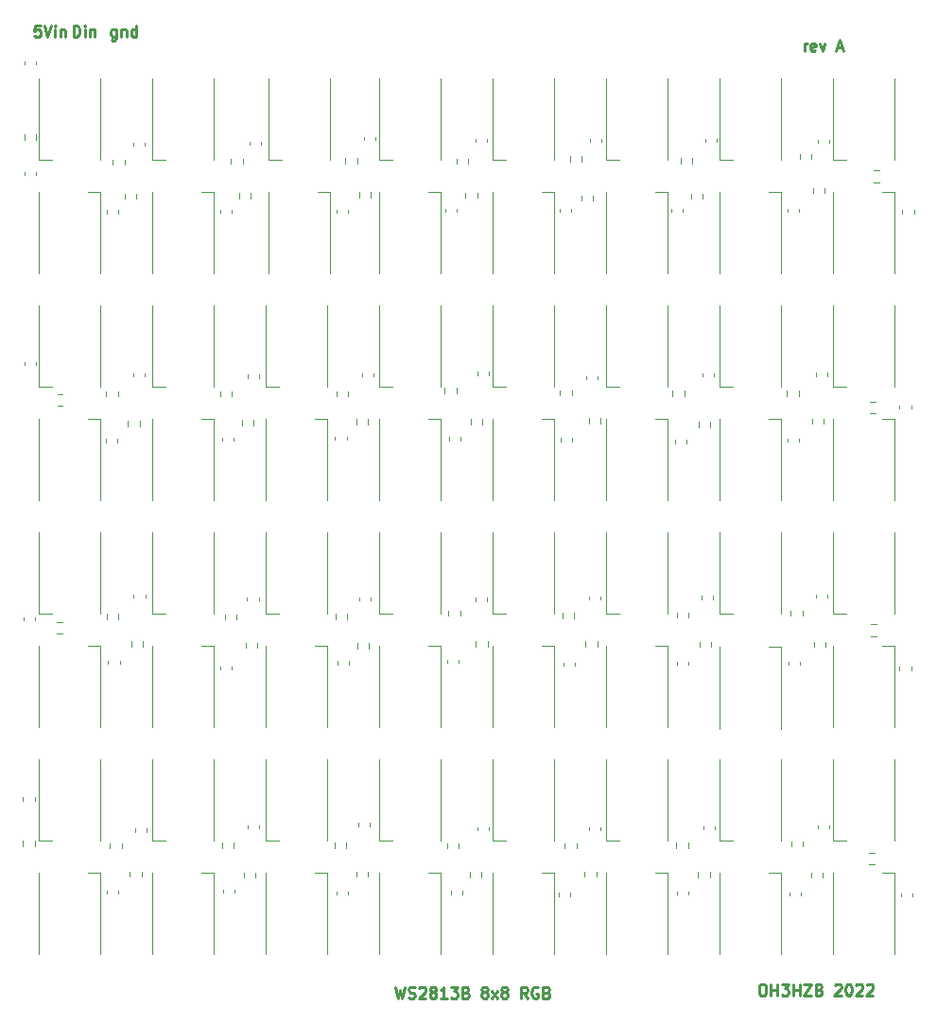
<source format=gto>
G04 #@! TF.GenerationSoftware,KiCad,Pcbnew,5.99.0+really5.1.10+dfsg1-1*
G04 #@! TF.CreationDate,2022-01-28T19:42:34+02:00*
G04 #@! TF.ProjectId,RGBmatrix,5247426d-6174-4726-9978-2e6b69636164,rev?*
G04 #@! TF.SameCoordinates,Original*
G04 #@! TF.FileFunction,Legend,Top*
G04 #@! TF.FilePolarity,Positive*
%FSLAX46Y46*%
G04 Gerber Fmt 4.6, Leading zero omitted, Abs format (unit mm)*
G04 Created by KiCad (PCBNEW 5.99.0+really5.1.10+dfsg1-1) date 2022-01-28 19:42:34*
%MOMM*%
%LPD*%
G01*
G04 APERTURE LIST*
%ADD10C,0.250000*%
%ADD11C,0.120000*%
%ADD12R,1.000000X1.500000*%
%ADD13C,2.100000*%
%ADD14O,1.700000X1.700000*%
%ADD15R,1.700000X1.700000*%
G04 APERTURE END LIST*
D10*
X169886523Y-47188380D02*
X169886523Y-46521714D01*
X169886523Y-46712190D02*
X169934142Y-46616952D01*
X169981761Y-46569333D01*
X170077000Y-46521714D01*
X170172238Y-46521714D01*
X170886523Y-47140761D02*
X170791285Y-47188380D01*
X170600809Y-47188380D01*
X170505571Y-47140761D01*
X170457952Y-47045523D01*
X170457952Y-46664571D01*
X170505571Y-46569333D01*
X170600809Y-46521714D01*
X170791285Y-46521714D01*
X170886523Y-46569333D01*
X170934142Y-46664571D01*
X170934142Y-46759809D01*
X170457952Y-46855047D01*
X171267476Y-46521714D02*
X171505571Y-47188380D01*
X171743666Y-46521714D01*
X172838904Y-46902666D02*
X173315095Y-46902666D01*
X172743666Y-47188380D02*
X173077000Y-46188380D01*
X173410333Y-47188380D01*
X104457619Y-45918380D02*
X104457619Y-44918380D01*
X104695714Y-44918380D01*
X104838571Y-44966000D01*
X104933809Y-45061238D01*
X104981428Y-45156476D01*
X105029047Y-45346952D01*
X105029047Y-45489809D01*
X104981428Y-45680285D01*
X104933809Y-45775523D01*
X104838571Y-45870761D01*
X104695714Y-45918380D01*
X104457619Y-45918380D01*
X105457619Y-45918380D02*
X105457619Y-45251714D01*
X105457619Y-44918380D02*
X105410000Y-44966000D01*
X105457619Y-45013619D01*
X105505238Y-44966000D01*
X105457619Y-44918380D01*
X105457619Y-45013619D01*
X105933809Y-45251714D02*
X105933809Y-45918380D01*
X105933809Y-45346952D02*
X105981428Y-45299333D01*
X106076666Y-45251714D01*
X106219523Y-45251714D01*
X106314761Y-45299333D01*
X106362380Y-45394571D01*
X106362380Y-45918380D01*
X108275523Y-45251714D02*
X108275523Y-46061238D01*
X108227904Y-46156476D01*
X108180285Y-46204095D01*
X108085047Y-46251714D01*
X107942190Y-46251714D01*
X107846952Y-46204095D01*
X108275523Y-45870761D02*
X108180285Y-45918380D01*
X107989809Y-45918380D01*
X107894571Y-45870761D01*
X107846952Y-45823142D01*
X107799333Y-45727904D01*
X107799333Y-45442190D01*
X107846952Y-45346952D01*
X107894571Y-45299333D01*
X107989809Y-45251714D01*
X108180285Y-45251714D01*
X108275523Y-45299333D01*
X108751714Y-45251714D02*
X108751714Y-45918380D01*
X108751714Y-45346952D02*
X108799333Y-45299333D01*
X108894571Y-45251714D01*
X109037428Y-45251714D01*
X109132666Y-45299333D01*
X109180285Y-45394571D01*
X109180285Y-45918380D01*
X110085047Y-45918380D02*
X110085047Y-44918380D01*
X110085047Y-45870761D02*
X109989809Y-45918380D01*
X109799333Y-45918380D01*
X109704095Y-45870761D01*
X109656476Y-45823142D01*
X109608857Y-45727904D01*
X109608857Y-45442190D01*
X109656476Y-45346952D01*
X109704095Y-45299333D01*
X109799333Y-45251714D01*
X109989809Y-45251714D01*
X110085047Y-45299333D01*
X101481047Y-44918380D02*
X101004857Y-44918380D01*
X100957238Y-45394571D01*
X101004857Y-45346952D01*
X101100095Y-45299333D01*
X101338190Y-45299333D01*
X101433428Y-45346952D01*
X101481047Y-45394571D01*
X101528666Y-45489809D01*
X101528666Y-45727904D01*
X101481047Y-45823142D01*
X101433428Y-45870761D01*
X101338190Y-45918380D01*
X101100095Y-45918380D01*
X101004857Y-45870761D01*
X100957238Y-45823142D01*
X101814380Y-44918380D02*
X102147714Y-45918380D01*
X102481047Y-44918380D01*
X102814380Y-45918380D02*
X102814380Y-45251714D01*
X102814380Y-44918380D02*
X102766761Y-44966000D01*
X102814380Y-45013619D01*
X102862000Y-44966000D01*
X102814380Y-44918380D01*
X102814380Y-45013619D01*
X103290571Y-45251714D02*
X103290571Y-45918380D01*
X103290571Y-45346952D02*
X103338190Y-45299333D01*
X103433428Y-45251714D01*
X103576285Y-45251714D01*
X103671523Y-45299333D01*
X103719142Y-45394571D01*
X103719142Y-45918380D01*
X166061047Y-130770380D02*
X166251523Y-130770380D01*
X166346761Y-130818000D01*
X166442000Y-130913238D01*
X166489619Y-131103714D01*
X166489619Y-131437047D01*
X166442000Y-131627523D01*
X166346761Y-131722761D01*
X166251523Y-131770380D01*
X166061047Y-131770380D01*
X165965809Y-131722761D01*
X165870571Y-131627523D01*
X165822952Y-131437047D01*
X165822952Y-131103714D01*
X165870571Y-130913238D01*
X165965809Y-130818000D01*
X166061047Y-130770380D01*
X166918190Y-131770380D02*
X166918190Y-130770380D01*
X166918190Y-131246571D02*
X167489619Y-131246571D01*
X167489619Y-131770380D02*
X167489619Y-130770380D01*
X167870571Y-130770380D02*
X168489619Y-130770380D01*
X168156285Y-131151333D01*
X168299142Y-131151333D01*
X168394380Y-131198952D01*
X168442000Y-131246571D01*
X168489619Y-131341809D01*
X168489619Y-131579904D01*
X168442000Y-131675142D01*
X168394380Y-131722761D01*
X168299142Y-131770380D01*
X168013428Y-131770380D01*
X167918190Y-131722761D01*
X167870571Y-131675142D01*
X168918190Y-131770380D02*
X168918190Y-130770380D01*
X168918190Y-131246571D02*
X169489619Y-131246571D01*
X169489619Y-131770380D02*
X169489619Y-130770380D01*
X169870571Y-130770380D02*
X170537238Y-130770380D01*
X169870571Y-131770380D01*
X170537238Y-131770380D01*
X171251523Y-131246571D02*
X171394380Y-131294190D01*
X171442000Y-131341809D01*
X171489619Y-131437047D01*
X171489619Y-131579904D01*
X171442000Y-131675142D01*
X171394380Y-131722761D01*
X171299142Y-131770380D01*
X170918190Y-131770380D01*
X170918190Y-130770380D01*
X171251523Y-130770380D01*
X171346761Y-130818000D01*
X171394380Y-130865619D01*
X171442000Y-130960857D01*
X171442000Y-131056095D01*
X171394380Y-131151333D01*
X171346761Y-131198952D01*
X171251523Y-131246571D01*
X170918190Y-131246571D01*
X172632476Y-130865619D02*
X172680095Y-130818000D01*
X172775333Y-130770380D01*
X173013428Y-130770380D01*
X173108666Y-130818000D01*
X173156285Y-130865619D01*
X173203904Y-130960857D01*
X173203904Y-131056095D01*
X173156285Y-131198952D01*
X172584857Y-131770380D01*
X173203904Y-131770380D01*
X173822952Y-130770380D02*
X173918190Y-130770380D01*
X174013428Y-130818000D01*
X174061047Y-130865619D01*
X174108666Y-130960857D01*
X174156285Y-131151333D01*
X174156285Y-131389428D01*
X174108666Y-131579904D01*
X174061047Y-131675142D01*
X174013428Y-131722761D01*
X173918190Y-131770380D01*
X173822952Y-131770380D01*
X173727714Y-131722761D01*
X173680095Y-131675142D01*
X173632476Y-131579904D01*
X173584857Y-131389428D01*
X173584857Y-131151333D01*
X173632476Y-130960857D01*
X173680095Y-130865619D01*
X173727714Y-130818000D01*
X173822952Y-130770380D01*
X174537238Y-130865619D02*
X174584857Y-130818000D01*
X174680095Y-130770380D01*
X174918190Y-130770380D01*
X175013428Y-130818000D01*
X175061047Y-130865619D01*
X175108666Y-130960857D01*
X175108666Y-131056095D01*
X175061047Y-131198952D01*
X174489619Y-131770380D01*
X175108666Y-131770380D01*
X175489619Y-130865619D02*
X175537238Y-130818000D01*
X175632476Y-130770380D01*
X175870571Y-130770380D01*
X175965809Y-130818000D01*
X176013428Y-130865619D01*
X176061047Y-130960857D01*
X176061047Y-131056095D01*
X176013428Y-131198952D01*
X175442000Y-131770380D01*
X176061047Y-131770380D01*
X133279428Y-131024380D02*
X133517523Y-132024380D01*
X133708000Y-131310095D01*
X133898476Y-132024380D01*
X134136571Y-131024380D01*
X134469904Y-131976761D02*
X134612761Y-132024380D01*
X134850857Y-132024380D01*
X134946095Y-131976761D01*
X134993714Y-131929142D01*
X135041333Y-131833904D01*
X135041333Y-131738666D01*
X134993714Y-131643428D01*
X134946095Y-131595809D01*
X134850857Y-131548190D01*
X134660380Y-131500571D01*
X134565142Y-131452952D01*
X134517523Y-131405333D01*
X134469904Y-131310095D01*
X134469904Y-131214857D01*
X134517523Y-131119619D01*
X134565142Y-131072000D01*
X134660380Y-131024380D01*
X134898476Y-131024380D01*
X135041333Y-131072000D01*
X135422285Y-131119619D02*
X135469904Y-131072000D01*
X135565142Y-131024380D01*
X135803238Y-131024380D01*
X135898476Y-131072000D01*
X135946095Y-131119619D01*
X135993714Y-131214857D01*
X135993714Y-131310095D01*
X135946095Y-131452952D01*
X135374666Y-132024380D01*
X135993714Y-132024380D01*
X136565142Y-131452952D02*
X136469904Y-131405333D01*
X136422285Y-131357714D01*
X136374666Y-131262476D01*
X136374666Y-131214857D01*
X136422285Y-131119619D01*
X136469904Y-131072000D01*
X136565142Y-131024380D01*
X136755619Y-131024380D01*
X136850857Y-131072000D01*
X136898476Y-131119619D01*
X136946095Y-131214857D01*
X136946095Y-131262476D01*
X136898476Y-131357714D01*
X136850857Y-131405333D01*
X136755619Y-131452952D01*
X136565142Y-131452952D01*
X136469904Y-131500571D01*
X136422285Y-131548190D01*
X136374666Y-131643428D01*
X136374666Y-131833904D01*
X136422285Y-131929142D01*
X136469904Y-131976761D01*
X136565142Y-132024380D01*
X136755619Y-132024380D01*
X136850857Y-131976761D01*
X136898476Y-131929142D01*
X136946095Y-131833904D01*
X136946095Y-131643428D01*
X136898476Y-131548190D01*
X136850857Y-131500571D01*
X136755619Y-131452952D01*
X137898476Y-132024380D02*
X137327047Y-132024380D01*
X137612761Y-132024380D02*
X137612761Y-131024380D01*
X137517523Y-131167238D01*
X137422285Y-131262476D01*
X137327047Y-131310095D01*
X138231809Y-131024380D02*
X138850857Y-131024380D01*
X138517523Y-131405333D01*
X138660380Y-131405333D01*
X138755619Y-131452952D01*
X138803238Y-131500571D01*
X138850857Y-131595809D01*
X138850857Y-131833904D01*
X138803238Y-131929142D01*
X138755619Y-131976761D01*
X138660380Y-132024380D01*
X138374666Y-132024380D01*
X138279428Y-131976761D01*
X138231809Y-131929142D01*
X139612761Y-131500571D02*
X139755619Y-131548190D01*
X139803238Y-131595809D01*
X139850857Y-131691047D01*
X139850857Y-131833904D01*
X139803238Y-131929142D01*
X139755619Y-131976761D01*
X139660380Y-132024380D01*
X139279428Y-132024380D01*
X139279428Y-131024380D01*
X139612761Y-131024380D01*
X139708000Y-131072000D01*
X139755619Y-131119619D01*
X139803238Y-131214857D01*
X139803238Y-131310095D01*
X139755619Y-131405333D01*
X139708000Y-131452952D01*
X139612761Y-131500571D01*
X139279428Y-131500571D01*
X141184190Y-131452952D02*
X141088952Y-131405333D01*
X141041333Y-131357714D01*
X140993714Y-131262476D01*
X140993714Y-131214857D01*
X141041333Y-131119619D01*
X141088952Y-131072000D01*
X141184190Y-131024380D01*
X141374666Y-131024380D01*
X141469904Y-131072000D01*
X141517523Y-131119619D01*
X141565142Y-131214857D01*
X141565142Y-131262476D01*
X141517523Y-131357714D01*
X141469904Y-131405333D01*
X141374666Y-131452952D01*
X141184190Y-131452952D01*
X141088952Y-131500571D01*
X141041333Y-131548190D01*
X140993714Y-131643428D01*
X140993714Y-131833904D01*
X141041333Y-131929142D01*
X141088952Y-131976761D01*
X141184190Y-132024380D01*
X141374666Y-132024380D01*
X141469904Y-131976761D01*
X141517523Y-131929142D01*
X141565142Y-131833904D01*
X141565142Y-131643428D01*
X141517523Y-131548190D01*
X141469904Y-131500571D01*
X141374666Y-131452952D01*
X141898476Y-132024380D02*
X142422285Y-131357714D01*
X141898476Y-131357714D02*
X142422285Y-132024380D01*
X142946095Y-131452952D02*
X142850857Y-131405333D01*
X142803238Y-131357714D01*
X142755619Y-131262476D01*
X142755619Y-131214857D01*
X142803238Y-131119619D01*
X142850857Y-131072000D01*
X142946095Y-131024380D01*
X143136571Y-131024380D01*
X143231809Y-131072000D01*
X143279428Y-131119619D01*
X143327047Y-131214857D01*
X143327047Y-131262476D01*
X143279428Y-131357714D01*
X143231809Y-131405333D01*
X143136571Y-131452952D01*
X142946095Y-131452952D01*
X142850857Y-131500571D01*
X142803238Y-131548190D01*
X142755619Y-131643428D01*
X142755619Y-131833904D01*
X142803238Y-131929142D01*
X142850857Y-131976761D01*
X142946095Y-132024380D01*
X143136571Y-132024380D01*
X143231809Y-131976761D01*
X143279428Y-131929142D01*
X143327047Y-131833904D01*
X143327047Y-131643428D01*
X143279428Y-131548190D01*
X143231809Y-131500571D01*
X143136571Y-131452952D01*
X145088952Y-132024380D02*
X144755619Y-131548190D01*
X144517523Y-132024380D02*
X144517523Y-131024380D01*
X144898476Y-131024380D01*
X144993714Y-131072000D01*
X145041333Y-131119619D01*
X145088952Y-131214857D01*
X145088952Y-131357714D01*
X145041333Y-131452952D01*
X144993714Y-131500571D01*
X144898476Y-131548190D01*
X144517523Y-131548190D01*
X146041333Y-131072000D02*
X145946095Y-131024380D01*
X145803238Y-131024380D01*
X145660380Y-131072000D01*
X145565142Y-131167238D01*
X145517523Y-131262476D01*
X145469904Y-131452952D01*
X145469904Y-131595809D01*
X145517523Y-131786285D01*
X145565142Y-131881523D01*
X145660380Y-131976761D01*
X145803238Y-132024380D01*
X145898476Y-132024380D01*
X146041333Y-131976761D01*
X146088952Y-131929142D01*
X146088952Y-131595809D01*
X145898476Y-131595809D01*
X146850857Y-131500571D02*
X146993714Y-131548190D01*
X147041333Y-131595809D01*
X147088952Y-131691047D01*
X147088952Y-131833904D01*
X147041333Y-131929142D01*
X146993714Y-131976761D01*
X146898476Y-132024380D01*
X146517523Y-132024380D01*
X146517523Y-131024380D01*
X146850857Y-131024380D01*
X146946095Y-131072000D01*
X146993714Y-131119619D01*
X147041333Y-131214857D01*
X147041333Y-131310095D01*
X146993714Y-131405333D01*
X146946095Y-131452952D01*
X146850857Y-131500571D01*
X146517523Y-131500571D01*
D11*
X109497600Y-121153458D02*
X109497600Y-120678942D01*
X110542600Y-121153458D02*
X110542600Y-120678942D01*
X119683000Y-121229658D02*
X119683000Y-120755142D01*
X120728000Y-121229658D02*
X120728000Y-120755142D01*
X129804900Y-121153458D02*
X129804900Y-120678942D01*
X130849900Y-121153458D02*
X130849900Y-120678942D01*
X139914100Y-121216958D02*
X139914100Y-120742442D01*
X140959100Y-121216958D02*
X140959100Y-120742442D01*
X150239200Y-121166158D02*
X150239200Y-120691642D01*
X151284200Y-121166158D02*
X151284200Y-120691642D01*
X160386500Y-121204258D02*
X160386500Y-120729742D01*
X161431500Y-121204258D02*
X161431500Y-120729742D01*
X170533800Y-121230158D02*
X170533800Y-120755642D01*
X171578800Y-121230158D02*
X171578800Y-120755642D01*
X176195258Y-120029500D02*
X175720742Y-120029500D01*
X176195258Y-118984500D02*
X175720742Y-118984500D01*
X169800800Y-117974842D02*
X169800800Y-118449358D01*
X168755800Y-117974842D02*
X168755800Y-118449358D01*
X159475700Y-118114542D02*
X159475700Y-118589058D01*
X158430700Y-118114542D02*
X158430700Y-118589058D01*
X149506200Y-118151642D02*
X149506200Y-118626158D01*
X148461200Y-118151642D02*
X148461200Y-118626158D01*
X138952500Y-118152642D02*
X138952500Y-118627158D01*
X137907500Y-118152642D02*
X137907500Y-118627158D01*
X128863620Y-118083062D02*
X128863620Y-118557578D01*
X127818620Y-118083062D02*
X127818620Y-118557578D01*
X118784900Y-118089142D02*
X118784900Y-118563658D01*
X117739900Y-118089142D02*
X117739900Y-118563658D01*
X108764600Y-118139442D02*
X108764600Y-118613958D01*
X107719600Y-118139442D02*
X107719600Y-118613958D01*
X100979500Y-117935742D02*
X100979500Y-118410258D01*
X99934500Y-117935742D02*
X99934500Y-118410258D01*
X109647460Y-100533738D02*
X109647460Y-100059222D01*
X110692460Y-100533738D02*
X110692460Y-100059222D01*
X119873500Y-100655658D02*
X119873500Y-100181142D01*
X120918500Y-100655658D02*
X120918500Y-100181142D01*
X129843000Y-100694258D02*
X129843000Y-100219742D01*
X130888000Y-100694258D02*
X130888000Y-100219742D01*
X140485600Y-100516958D02*
X140485600Y-100042442D01*
X141530600Y-100516958D02*
X141530600Y-100042442D01*
X150315400Y-100554058D02*
X150315400Y-100079542D01*
X151360400Y-100554058D02*
X151360400Y-100079542D01*
X160538900Y-100592158D02*
X160538900Y-100117642D01*
X161583900Y-100592158D02*
X161583900Y-100117642D01*
X170762400Y-100593158D02*
X170762400Y-100118642D01*
X171807400Y-100593158D02*
X171807400Y-100118642D01*
X176323258Y-99582500D02*
X175848742Y-99582500D01*
X176323258Y-98537500D02*
X175848742Y-98537500D01*
X169722060Y-97303822D02*
X169722060Y-97778338D01*
X168677060Y-97303822D02*
X168677060Y-97778338D01*
X159539200Y-97477042D02*
X159539200Y-97951558D01*
X158494200Y-97477042D02*
X158494200Y-97951558D01*
X149264900Y-97527342D02*
X149264900Y-98001858D01*
X148219900Y-97527342D02*
X148219900Y-98001858D01*
X139079500Y-97311942D02*
X139079500Y-97786458D01*
X138034500Y-97311942D02*
X138034500Y-97786458D01*
X128957600Y-97629442D02*
X128957600Y-98103958D01*
X127912600Y-97629442D02*
X127912600Y-98103958D01*
X119064300Y-97644182D02*
X119064300Y-98118698D01*
X118019300Y-97644182D02*
X118019300Y-98118698D01*
X108459800Y-97591342D02*
X108459800Y-98065858D01*
X107414800Y-97591342D02*
X107414800Y-98065858D01*
X102976142Y-98359700D02*
X103450658Y-98359700D01*
X102976142Y-99404700D02*
X103450658Y-99404700D01*
X109345200Y-80806558D02*
X109345200Y-80332042D01*
X110390200Y-80806558D02*
X110390200Y-80332042D01*
X119543300Y-80742058D02*
X119543300Y-80267542D01*
X120588300Y-80742058D02*
X120588300Y-80267542D01*
X129792200Y-80628758D02*
X129792200Y-80154242D01*
X130837200Y-80628758D02*
X130837200Y-80154242D01*
X140003000Y-80640458D02*
X140003000Y-80165942D01*
X141048000Y-80640458D02*
X141048000Y-80165942D01*
X150607500Y-80564258D02*
X150607500Y-80089742D01*
X151652500Y-80564258D02*
X151652500Y-80089742D01*
X160424600Y-80907658D02*
X160424600Y-80433142D01*
X161469600Y-80907658D02*
X161469600Y-80433142D01*
X170607460Y-80597778D02*
X170607460Y-80123262D01*
X171652460Y-80597778D02*
X171652460Y-80123262D01*
X176259258Y-79643500D02*
X175784742Y-79643500D01*
X176259258Y-78598500D02*
X175784742Y-78598500D01*
X169391860Y-77606622D02*
X169391860Y-78081138D01*
X168346860Y-77606622D02*
X168346860Y-78081138D01*
X159145500Y-77613742D02*
X159145500Y-78088258D01*
X158100500Y-77613742D02*
X158100500Y-78088258D01*
X149074400Y-77588342D02*
X149074400Y-78062858D01*
X148029400Y-77588342D02*
X148029400Y-78062858D01*
X138728980Y-77388182D02*
X138728980Y-77862698D01*
X137683980Y-77388182D02*
X137683980Y-77862698D01*
X129046500Y-77677742D02*
X129046500Y-78152258D01*
X128001500Y-77677742D02*
X128001500Y-78152258D01*
X118642660Y-77652342D02*
X118642660Y-78126858D01*
X117597660Y-77652342D02*
X117597660Y-78126858D01*
X108434400Y-77677742D02*
X108434400Y-78152258D01*
X107389400Y-77677742D02*
X107389400Y-78152258D01*
X103000542Y-77938100D02*
X103475058Y-77938100D01*
X103000542Y-78983100D02*
X103475058Y-78983100D01*
X108434600Y-122376020D02*
X108434600Y-122657180D01*
X107414600Y-122376020D02*
X107414600Y-122657180D01*
X118874000Y-122274420D02*
X118874000Y-122555580D01*
X117854000Y-122274420D02*
X117854000Y-122555580D01*
X129039080Y-122467460D02*
X129039080Y-122748620D01*
X128019080Y-122467460D02*
X128019080Y-122748620D01*
X139270200Y-122422340D02*
X139270200Y-122703500D01*
X138250200Y-122422340D02*
X138250200Y-122703500D01*
X148922200Y-122587140D02*
X148922200Y-122868300D01*
X147902200Y-122587140D02*
X147902200Y-122868300D01*
X159498760Y-122492860D02*
X159498760Y-122774020D01*
X158478760Y-122492860D02*
X158478760Y-122774020D01*
X169582560Y-122569060D02*
X169582560Y-122850220D01*
X168562560Y-122569060D02*
X168562560Y-122850220D01*
X179580000Y-122655420D02*
X179580000Y-122936580D01*
X178560000Y-122655420D02*
X178560000Y-122936580D01*
X171143200Y-116845660D02*
X171143200Y-116564500D01*
X172163200Y-116845660D02*
X172163200Y-116564500D01*
X160866360Y-116934860D02*
X160866360Y-116653700D01*
X161886360Y-116934860D02*
X161886360Y-116653700D01*
X150620000Y-116993580D02*
X150620000Y-116712420D01*
X151640000Y-116993580D02*
X151640000Y-116712420D01*
X140617480Y-116970420D02*
X140617480Y-116689260D01*
X141637480Y-116970420D02*
X141637480Y-116689260D01*
X129964720Y-116622440D02*
X129964720Y-116341280D01*
X130984720Y-116622440D02*
X130984720Y-116341280D01*
X120018080Y-116802780D02*
X120018080Y-116521620D01*
X121038080Y-116802780D02*
X121038080Y-116521620D01*
X110015560Y-117118040D02*
X110015560Y-116836880D01*
X111035560Y-117118040D02*
X111035560Y-116836880D01*
X99947000Y-114313580D02*
X99947000Y-114032420D01*
X100967000Y-114313580D02*
X100967000Y-114032420D01*
X108587000Y-101784540D02*
X108587000Y-102065700D01*
X107567000Y-101784540D02*
X107567000Y-102065700D01*
X118660640Y-102330940D02*
X118660640Y-102612100D01*
X117640640Y-102330940D02*
X117640640Y-102612100D01*
X129084800Y-101855660D02*
X129084800Y-102136820D01*
X128064800Y-101855660D02*
X128064800Y-102136820D01*
X138942540Y-101746740D02*
X138942540Y-102027900D01*
X137922540Y-101746740D02*
X137922540Y-102027900D01*
X149333680Y-102005520D02*
X149333680Y-102286680D01*
X148313680Y-102005520D02*
X148313680Y-102286680D01*
X159544480Y-101871200D02*
X159544480Y-102152360D01*
X158524480Y-101871200D02*
X158524480Y-102152360D01*
X169536840Y-101908700D02*
X169536840Y-102189860D01*
X168516840Y-101908700D02*
X168516840Y-102189860D01*
X179453000Y-102361420D02*
X179453000Y-102642580D01*
X178433000Y-102361420D02*
X178433000Y-102642580D01*
X170940000Y-96152580D02*
X170940000Y-95871420D01*
X171960000Y-96152580D02*
X171960000Y-95871420D01*
X160734280Y-96282420D02*
X160734280Y-96001260D01*
X161754280Y-96282420D02*
X161754280Y-96001260D01*
X150604760Y-96350400D02*
X150604760Y-96069240D01*
X151624760Y-96350400D02*
X151624760Y-96069240D01*
X140434600Y-96457380D02*
X140434600Y-96176220D01*
X141454600Y-96457380D02*
X141454600Y-96176220D01*
X130046000Y-96406580D02*
X130046000Y-96125420D01*
X131066000Y-96406580D02*
X131066000Y-96125420D01*
X120013000Y-96406580D02*
X120013000Y-96125420D01*
X121033000Y-96406580D02*
X121033000Y-96125420D01*
X109853000Y-96165580D02*
X109853000Y-95884420D01*
X110873000Y-96165580D02*
X110873000Y-95884420D01*
X100007960Y-98207440D02*
X100007960Y-97926280D01*
X101027960Y-98207440D02*
X101027960Y-97926280D01*
X108343160Y-81962380D02*
X108343160Y-82243540D01*
X107323160Y-81962380D02*
X107323160Y-82243540D01*
X118752080Y-81855700D02*
X118752080Y-82136860D01*
X117732080Y-81855700D02*
X117732080Y-82136860D01*
X128907000Y-81761420D02*
X128907000Y-82042580D01*
X127887000Y-81761420D02*
X127887000Y-82042580D01*
X139102560Y-81782340D02*
X139102560Y-82063500D01*
X138082560Y-81782340D02*
X138082560Y-82063500D01*
X149135560Y-81863020D02*
X149135560Y-82144180D01*
X148115560Y-81863020D02*
X148115560Y-82144180D01*
X159351440Y-82038880D02*
X159351440Y-82320040D01*
X158331440Y-82038880D02*
X158331440Y-82320040D01*
X169420000Y-81901420D02*
X169420000Y-82182580D01*
X168400000Y-81901420D02*
X168400000Y-82182580D01*
X178433000Y-79248580D02*
X178433000Y-78967420D01*
X179453000Y-79248580D02*
X179453000Y-78967420D01*
X170980640Y-76297100D02*
X170980640Y-76015940D01*
X172000640Y-76297100D02*
X172000640Y-76015940D01*
X160780000Y-76327580D02*
X160780000Y-76046420D01*
X161800000Y-76327580D02*
X161800000Y-76046420D01*
X150366000Y-76607580D02*
X150366000Y-76326420D01*
X151386000Y-76607580D02*
X151386000Y-76326420D01*
X140617480Y-76211340D02*
X140617480Y-75930180D01*
X141637480Y-76211340D02*
X141637480Y-75930180D01*
X130300000Y-76340580D02*
X130300000Y-76059420D01*
X131320000Y-76340580D02*
X131320000Y-76059420D01*
X120048560Y-76467580D02*
X120048560Y-76186420D01*
X121068560Y-76467580D02*
X121068560Y-76186420D01*
X109840300Y-76327580D02*
X109840300Y-76046420D01*
X110860300Y-76327580D02*
X110860300Y-76046420D01*
X100074000Y-75311580D02*
X100074000Y-75030420D01*
X101094000Y-75311580D02*
X101094000Y-75030420D01*
X109053100Y-60460658D02*
X109053100Y-59986142D01*
X110098100Y-60460658D02*
X110098100Y-59986142D01*
X119289300Y-60384458D02*
X119289300Y-59909942D01*
X120334300Y-60384458D02*
X120334300Y-59909942D01*
X130058900Y-60321458D02*
X130058900Y-59846942D01*
X131103900Y-60321458D02*
X131103900Y-59846942D01*
X139571200Y-60359558D02*
X139571200Y-59885042D01*
X140616200Y-60359558D02*
X140616200Y-59885042D01*
X149934400Y-60625758D02*
X149934400Y-60151242D01*
X150979400Y-60625758D02*
X150979400Y-60151242D01*
X159751500Y-60435258D02*
X159751500Y-59960742D01*
X160796500Y-60435258D02*
X160796500Y-59960742D01*
X170673500Y-59927258D02*
X170673500Y-59452742D01*
X171718500Y-59927258D02*
X171718500Y-59452742D01*
X176577258Y-58942500D02*
X176102742Y-58942500D01*
X176577258Y-57897500D02*
X176102742Y-57897500D01*
X108460000Y-61454420D02*
X108460000Y-61735580D01*
X107440000Y-61454420D02*
X107440000Y-61735580D01*
X118645400Y-61416620D02*
X118645400Y-61697780D01*
X117625400Y-61416620D02*
X117625400Y-61697780D01*
X129059400Y-61416620D02*
X129059400Y-61697780D01*
X128039400Y-61416620D02*
X128039400Y-61697780D01*
X138774900Y-61365520D02*
X138774900Y-61646680D01*
X137754900Y-61365520D02*
X137754900Y-61646680D01*
X148998400Y-61365820D02*
X148998400Y-61646980D01*
X147978400Y-61365820D02*
X147978400Y-61646980D01*
X159006000Y-61340420D02*
X159006000Y-61621580D01*
X157986000Y-61340420D02*
X157986000Y-61621580D01*
X169420000Y-61340420D02*
X169420000Y-61621580D01*
X168400000Y-61340420D02*
X168400000Y-61621580D01*
X179707000Y-61467420D02*
X179707000Y-61748580D01*
X178687000Y-61467420D02*
X178687000Y-61748580D01*
X101094000Y-48119420D02*
X101094000Y-48400580D01*
X100074000Y-48119420D02*
X100074000Y-48400580D01*
X170514540Y-56404742D02*
X170514540Y-56879258D01*
X169469540Y-56404742D02*
X169469540Y-56879258D01*
X159841460Y-56808102D02*
X159841460Y-57282618D01*
X158796460Y-56808102D02*
X158796460Y-57282618D01*
X149981180Y-56609982D02*
X149981180Y-57084498D01*
X148936180Y-56609982D02*
X148936180Y-57084498D01*
X139785620Y-56826382D02*
X139785620Y-57300898D01*
X138740620Y-56826382D02*
X138740620Y-57300898D01*
X171107640Y-55451620D02*
X171107640Y-55170460D01*
X172127640Y-55451620D02*
X172127640Y-55170460D01*
X160998440Y-55342100D02*
X160998440Y-55060940D01*
X162018440Y-55342100D02*
X162018440Y-55060940D01*
X150701280Y-55352860D02*
X150701280Y-55071700D01*
X151721280Y-55352860D02*
X151721280Y-55071700D01*
X140429520Y-55357340D02*
X140429520Y-55076180D01*
X141449520Y-55357340D02*
X141449520Y-55076180D01*
X130452400Y-55182080D02*
X130452400Y-54900920D01*
X131472400Y-55182080D02*
X131472400Y-54900920D01*
X109776800Y-55664980D02*
X109776800Y-55383820D01*
X110796800Y-55664980D02*
X110796800Y-55383820D01*
X101094000Y-58025420D02*
X101094000Y-58306580D01*
X100074000Y-58025420D02*
X100074000Y-58306580D01*
X120216200Y-55601480D02*
X120216200Y-55320320D01*
X121236200Y-55601480D02*
X121236200Y-55320320D01*
X129859300Y-56798442D02*
X129859300Y-57272958D01*
X128814300Y-56798442D02*
X128814300Y-57272958D01*
X109021140Y-56927982D02*
X109021140Y-57402498D01*
X107976140Y-56927982D02*
X107976140Y-57402498D01*
X100061500Y-55164258D02*
X100061500Y-54689742D01*
X101106500Y-55164258D02*
X101106500Y-54689742D01*
X119612940Y-56831462D02*
X119612940Y-57305978D01*
X118567940Y-56831462D02*
X118567940Y-57305978D01*
X131870000Y-120810000D02*
X131870000Y-128110000D01*
X136220000Y-120810000D02*
X137370000Y-120810000D01*
X137370000Y-120810000D02*
X137370000Y-128110000D01*
X121710000Y-120810000D02*
X121710000Y-128110000D01*
X126060000Y-120810000D02*
X127210000Y-120810000D01*
X127210000Y-120810000D02*
X127210000Y-128110000D01*
X111550000Y-120810000D02*
X111550000Y-128110000D01*
X115900000Y-120810000D02*
X117050000Y-120810000D01*
X117050000Y-120810000D02*
X117050000Y-128110000D01*
X142030000Y-120810000D02*
X142030000Y-128110000D01*
X146380000Y-120810000D02*
X147530000Y-120810000D01*
X147530000Y-120810000D02*
X147530000Y-128110000D01*
X101390000Y-120810000D02*
X101390000Y-128110000D01*
X105740000Y-120810000D02*
X106890000Y-120810000D01*
X106890000Y-120810000D02*
X106890000Y-128110000D01*
X152190000Y-120810000D02*
X152190000Y-128110000D01*
X156540000Y-120810000D02*
X157690000Y-120810000D01*
X157690000Y-120810000D02*
X157690000Y-128110000D01*
X162350000Y-120810000D02*
X162350000Y-128110000D01*
X166700000Y-120810000D02*
X167850000Y-120810000D01*
X167850000Y-120810000D02*
X167850000Y-128110000D01*
X172510000Y-120810000D02*
X172510000Y-128110000D01*
X176860000Y-120810000D02*
X178010000Y-120810000D01*
X178010000Y-120810000D02*
X178010000Y-128110000D01*
X178010000Y-117950000D02*
X178010000Y-110650000D01*
X173660000Y-117950000D02*
X172510000Y-117950000D01*
X172510000Y-117950000D02*
X172510000Y-110650000D01*
X167850000Y-117950000D02*
X167850000Y-110650000D01*
X163500000Y-117950000D02*
X162350000Y-117950000D01*
X162350000Y-117950000D02*
X162350000Y-110650000D01*
X157690000Y-117950000D02*
X157690000Y-110650000D01*
X153340000Y-117950000D02*
X152190000Y-117950000D01*
X152190000Y-117950000D02*
X152190000Y-110650000D01*
X147530000Y-117950000D02*
X147530000Y-110650000D01*
X143180000Y-117950000D02*
X142030000Y-117950000D01*
X142030000Y-117950000D02*
X142030000Y-110650000D01*
X137370000Y-117950000D02*
X137370000Y-110650000D01*
X133020000Y-117950000D02*
X131870000Y-117950000D01*
X131870000Y-117950000D02*
X131870000Y-110650000D01*
X127210000Y-117950000D02*
X127210000Y-110650000D01*
X122860000Y-117950000D02*
X121710000Y-117950000D01*
X121710000Y-117950000D02*
X121710000Y-110650000D01*
X117050000Y-117950000D02*
X117050000Y-110650000D01*
X112700000Y-117950000D02*
X111550000Y-117950000D01*
X111550000Y-117950000D02*
X111550000Y-110650000D01*
X106890000Y-117950000D02*
X106890000Y-110650000D01*
X102540000Y-117950000D02*
X101390000Y-117950000D01*
X101390000Y-117950000D02*
X101390000Y-110650000D01*
X101390000Y-100490000D02*
X101390000Y-107790000D01*
X105740000Y-100490000D02*
X106890000Y-100490000D01*
X106890000Y-100490000D02*
X106890000Y-107790000D01*
X111550000Y-100490000D02*
X111550000Y-107790000D01*
X115900000Y-100490000D02*
X117050000Y-100490000D01*
X117050000Y-100490000D02*
X117050000Y-107790000D01*
X121710000Y-100490000D02*
X121710000Y-107790000D01*
X126060000Y-100490000D02*
X127210000Y-100490000D01*
X127210000Y-100490000D02*
X127210000Y-107790000D01*
X131870000Y-100490000D02*
X131870000Y-107790000D01*
X136220000Y-100490000D02*
X137370000Y-100490000D01*
X137370000Y-100490000D02*
X137370000Y-107790000D01*
X142030000Y-100490000D02*
X142030000Y-107790000D01*
X146380000Y-100490000D02*
X147530000Y-100490000D01*
X147530000Y-100490000D02*
X147530000Y-107790000D01*
X152190000Y-100490000D02*
X152190000Y-107790000D01*
X156540000Y-100490000D02*
X157690000Y-100490000D01*
X157690000Y-100490000D02*
X157690000Y-107790000D01*
X162350000Y-100580000D02*
X162350000Y-107880000D01*
X166700000Y-100580000D02*
X167850000Y-100580000D01*
X167850000Y-100580000D02*
X167850000Y-107880000D01*
X172510000Y-100490000D02*
X172510000Y-107790000D01*
X176860000Y-100490000D02*
X178010000Y-100490000D01*
X178010000Y-100490000D02*
X178010000Y-107790000D01*
X178010000Y-97630000D02*
X178010000Y-90330000D01*
X173660000Y-97630000D02*
X172510000Y-97630000D01*
X172510000Y-97630000D02*
X172510000Y-90330000D01*
X167850000Y-97630000D02*
X167850000Y-90330000D01*
X163500000Y-97630000D02*
X162350000Y-97630000D01*
X162350000Y-97630000D02*
X162350000Y-90330000D01*
X157690000Y-97630000D02*
X157690000Y-90330000D01*
X153340000Y-97630000D02*
X152190000Y-97630000D01*
X152190000Y-97630000D02*
X152190000Y-90330000D01*
X147530000Y-97630000D02*
X147530000Y-90330000D01*
X143180000Y-97630000D02*
X142030000Y-97630000D01*
X142030000Y-97630000D02*
X142030000Y-90330000D01*
X137370000Y-97630000D02*
X137370000Y-90330000D01*
X133020000Y-97630000D02*
X131870000Y-97630000D01*
X131870000Y-97630000D02*
X131870000Y-90330000D01*
X127210000Y-97630000D02*
X127210000Y-90330000D01*
X122860000Y-97630000D02*
X121710000Y-97630000D01*
X121710000Y-97630000D02*
X121710000Y-90330000D01*
X117050000Y-97630000D02*
X117050000Y-90330000D01*
X112700000Y-97630000D02*
X111550000Y-97630000D01*
X111550000Y-97630000D02*
X111550000Y-90330000D01*
X106890000Y-97630000D02*
X106890000Y-90330000D01*
X102540000Y-97630000D02*
X101390000Y-97630000D01*
X101390000Y-97630000D02*
X101390000Y-90330000D01*
X101390000Y-80170000D02*
X101390000Y-87470000D01*
X105740000Y-80170000D02*
X106890000Y-80170000D01*
X106890000Y-80170000D02*
X106890000Y-87470000D01*
X111550000Y-80170000D02*
X111550000Y-87470000D01*
X115900000Y-80170000D02*
X117050000Y-80170000D01*
X117050000Y-80170000D02*
X117050000Y-87470000D01*
X121710000Y-80170000D02*
X121710000Y-87470000D01*
X126060000Y-80170000D02*
X127210000Y-80170000D01*
X127210000Y-80170000D02*
X127210000Y-87470000D01*
X131870000Y-80170000D02*
X131870000Y-87470000D01*
X136220000Y-80170000D02*
X137370000Y-80170000D01*
X137370000Y-80170000D02*
X137370000Y-87470000D01*
X142030000Y-80170000D02*
X142030000Y-87470000D01*
X146380000Y-80170000D02*
X147530000Y-80170000D01*
X147530000Y-80170000D02*
X147530000Y-87470000D01*
X152190000Y-80170000D02*
X152190000Y-87470000D01*
X156540000Y-80170000D02*
X157690000Y-80170000D01*
X157690000Y-80170000D02*
X157690000Y-87470000D01*
X162350000Y-80170000D02*
X162350000Y-87470000D01*
X166700000Y-80170000D02*
X167850000Y-80170000D01*
X167850000Y-80170000D02*
X167850000Y-87470000D01*
X172510000Y-80170000D02*
X172510000Y-87470000D01*
X176860000Y-80170000D02*
X178010000Y-80170000D01*
X178010000Y-80170000D02*
X178010000Y-87470000D01*
X178010000Y-77310000D02*
X178010000Y-70010000D01*
X173660000Y-77310000D02*
X172510000Y-77310000D01*
X172510000Y-77310000D02*
X172510000Y-70010000D01*
X167850000Y-77310000D02*
X167850000Y-70010000D01*
X163500000Y-77310000D02*
X162350000Y-77310000D01*
X162350000Y-77310000D02*
X162350000Y-70010000D01*
X157690000Y-77310000D02*
X157690000Y-70010000D01*
X153340000Y-77310000D02*
X152190000Y-77310000D01*
X152190000Y-77310000D02*
X152190000Y-70010000D01*
X147530000Y-77310000D02*
X147530000Y-70010000D01*
X143180000Y-77310000D02*
X142030000Y-77310000D01*
X142030000Y-77310000D02*
X142030000Y-70010000D01*
X137370000Y-77310000D02*
X137370000Y-70010000D01*
X133020000Y-77310000D02*
X131870000Y-77310000D01*
X131870000Y-77310000D02*
X131870000Y-70010000D01*
X127210000Y-77310000D02*
X127210000Y-70010000D01*
X122860000Y-77310000D02*
X121710000Y-77310000D01*
X121710000Y-77310000D02*
X121710000Y-70010000D01*
X117050000Y-77310000D02*
X117050000Y-70010000D01*
X112700000Y-77310000D02*
X111550000Y-77310000D01*
X111550000Y-77310000D02*
X111550000Y-70010000D01*
X106890000Y-77310000D02*
X106890000Y-70010000D01*
X102540000Y-77310000D02*
X101390000Y-77310000D01*
X101390000Y-77310000D02*
X101390000Y-70010000D01*
X101390000Y-59850000D02*
X101390000Y-67150000D01*
X105740000Y-59850000D02*
X106890000Y-59850000D01*
X106890000Y-59850000D02*
X106890000Y-67150000D01*
X111550000Y-59850000D02*
X111550000Y-67150000D01*
X115900000Y-59850000D02*
X117050000Y-59850000D01*
X117050000Y-59850000D02*
X117050000Y-67150000D01*
X121964000Y-59850000D02*
X121964000Y-67150000D01*
X126314000Y-59850000D02*
X127464000Y-59850000D01*
X127464000Y-59850000D02*
X127464000Y-67150000D01*
X131870000Y-59850000D02*
X131870000Y-67150000D01*
X136220000Y-59850000D02*
X137370000Y-59850000D01*
X137370000Y-59850000D02*
X137370000Y-67150000D01*
X142030000Y-59850000D02*
X142030000Y-67150000D01*
X146380000Y-59850000D02*
X147530000Y-59850000D01*
X147530000Y-59850000D02*
X147530000Y-67150000D01*
X152190000Y-59850000D02*
X152190000Y-67150000D01*
X156540000Y-59850000D02*
X157690000Y-59850000D01*
X157690000Y-59850000D02*
X157690000Y-67150000D01*
X162350000Y-59850000D02*
X162350000Y-67150000D01*
X166700000Y-59850000D02*
X167850000Y-59850000D01*
X167850000Y-59850000D02*
X167850000Y-67150000D01*
X172510000Y-59850000D02*
X172510000Y-67150000D01*
X176860000Y-59850000D02*
X178010000Y-59850000D01*
X178010000Y-59850000D02*
X178010000Y-67150000D01*
X178010000Y-56990000D02*
X178010000Y-49690000D01*
X173660000Y-56990000D02*
X172510000Y-56990000D01*
X172510000Y-56990000D02*
X172510000Y-49690000D01*
X167850000Y-56990000D02*
X167850000Y-49690000D01*
X163500000Y-56990000D02*
X162350000Y-56990000D01*
X162350000Y-56990000D02*
X162350000Y-49690000D01*
X157690000Y-56990000D02*
X157690000Y-49690000D01*
X153340000Y-56990000D02*
X152190000Y-56990000D01*
X152190000Y-56990000D02*
X152190000Y-49690000D01*
X147530000Y-56990000D02*
X147530000Y-49690000D01*
X143180000Y-56990000D02*
X142030000Y-56990000D01*
X142030000Y-56990000D02*
X142030000Y-49690000D01*
X106890000Y-56990000D02*
X106890000Y-49690000D01*
X102540000Y-56990000D02*
X101390000Y-56990000D01*
X101390000Y-56990000D02*
X101390000Y-49690000D01*
X137370000Y-56990000D02*
X137370000Y-49690000D01*
X133020000Y-56990000D02*
X131870000Y-56990000D01*
X131870000Y-56990000D02*
X131870000Y-49690000D01*
X127464000Y-56990000D02*
X127464000Y-49690000D01*
X123114000Y-56990000D02*
X121964000Y-56990000D01*
X121964000Y-56990000D02*
X121964000Y-49690000D01*
X117050000Y-56990000D02*
X117050000Y-49690000D01*
X112700000Y-56990000D02*
X111550000Y-56990000D01*
X111550000Y-56990000D02*
X111550000Y-49690000D01*
%LPC*%
G36*
G01*
X110295100Y-120491200D02*
X109745100Y-120491200D01*
G75*
G02*
X109545100Y-120291200I0J200000D01*
G01*
X109545100Y-119891200D01*
G75*
G02*
X109745100Y-119691200I200000J0D01*
G01*
X110295100Y-119691200D01*
G75*
G02*
X110495100Y-119891200I0J-200000D01*
G01*
X110495100Y-120291200D01*
G75*
G02*
X110295100Y-120491200I-200000J0D01*
G01*
G37*
G36*
G01*
X110295100Y-122141200D02*
X109745100Y-122141200D01*
G75*
G02*
X109545100Y-121941200I0J200000D01*
G01*
X109545100Y-121541200D01*
G75*
G02*
X109745100Y-121341200I200000J0D01*
G01*
X110295100Y-121341200D01*
G75*
G02*
X110495100Y-121541200I0J-200000D01*
G01*
X110495100Y-121941200D01*
G75*
G02*
X110295100Y-122141200I-200000J0D01*
G01*
G37*
G36*
G01*
X120480500Y-120567400D02*
X119930500Y-120567400D01*
G75*
G02*
X119730500Y-120367400I0J200000D01*
G01*
X119730500Y-119967400D01*
G75*
G02*
X119930500Y-119767400I200000J0D01*
G01*
X120480500Y-119767400D01*
G75*
G02*
X120680500Y-119967400I0J-200000D01*
G01*
X120680500Y-120367400D01*
G75*
G02*
X120480500Y-120567400I-200000J0D01*
G01*
G37*
G36*
G01*
X120480500Y-122217400D02*
X119930500Y-122217400D01*
G75*
G02*
X119730500Y-122017400I0J200000D01*
G01*
X119730500Y-121617400D01*
G75*
G02*
X119930500Y-121417400I200000J0D01*
G01*
X120480500Y-121417400D01*
G75*
G02*
X120680500Y-121617400I0J-200000D01*
G01*
X120680500Y-122017400D01*
G75*
G02*
X120480500Y-122217400I-200000J0D01*
G01*
G37*
G36*
G01*
X130602400Y-120491200D02*
X130052400Y-120491200D01*
G75*
G02*
X129852400Y-120291200I0J200000D01*
G01*
X129852400Y-119891200D01*
G75*
G02*
X130052400Y-119691200I200000J0D01*
G01*
X130602400Y-119691200D01*
G75*
G02*
X130802400Y-119891200I0J-200000D01*
G01*
X130802400Y-120291200D01*
G75*
G02*
X130602400Y-120491200I-200000J0D01*
G01*
G37*
G36*
G01*
X130602400Y-122141200D02*
X130052400Y-122141200D01*
G75*
G02*
X129852400Y-121941200I0J200000D01*
G01*
X129852400Y-121541200D01*
G75*
G02*
X130052400Y-121341200I200000J0D01*
G01*
X130602400Y-121341200D01*
G75*
G02*
X130802400Y-121541200I0J-200000D01*
G01*
X130802400Y-121941200D01*
G75*
G02*
X130602400Y-122141200I-200000J0D01*
G01*
G37*
G36*
G01*
X140711600Y-120554700D02*
X140161600Y-120554700D01*
G75*
G02*
X139961600Y-120354700I0J200000D01*
G01*
X139961600Y-119954700D01*
G75*
G02*
X140161600Y-119754700I200000J0D01*
G01*
X140711600Y-119754700D01*
G75*
G02*
X140911600Y-119954700I0J-200000D01*
G01*
X140911600Y-120354700D01*
G75*
G02*
X140711600Y-120554700I-200000J0D01*
G01*
G37*
G36*
G01*
X140711600Y-122204700D02*
X140161600Y-122204700D01*
G75*
G02*
X139961600Y-122004700I0J200000D01*
G01*
X139961600Y-121604700D01*
G75*
G02*
X140161600Y-121404700I200000J0D01*
G01*
X140711600Y-121404700D01*
G75*
G02*
X140911600Y-121604700I0J-200000D01*
G01*
X140911600Y-122004700D01*
G75*
G02*
X140711600Y-122204700I-200000J0D01*
G01*
G37*
G36*
G01*
X151036700Y-120503900D02*
X150486700Y-120503900D01*
G75*
G02*
X150286700Y-120303900I0J200000D01*
G01*
X150286700Y-119903900D01*
G75*
G02*
X150486700Y-119703900I200000J0D01*
G01*
X151036700Y-119703900D01*
G75*
G02*
X151236700Y-119903900I0J-200000D01*
G01*
X151236700Y-120303900D01*
G75*
G02*
X151036700Y-120503900I-200000J0D01*
G01*
G37*
G36*
G01*
X151036700Y-122153900D02*
X150486700Y-122153900D01*
G75*
G02*
X150286700Y-121953900I0J200000D01*
G01*
X150286700Y-121553900D01*
G75*
G02*
X150486700Y-121353900I200000J0D01*
G01*
X151036700Y-121353900D01*
G75*
G02*
X151236700Y-121553900I0J-200000D01*
G01*
X151236700Y-121953900D01*
G75*
G02*
X151036700Y-122153900I-200000J0D01*
G01*
G37*
G36*
G01*
X161184000Y-120542000D02*
X160634000Y-120542000D01*
G75*
G02*
X160434000Y-120342000I0J200000D01*
G01*
X160434000Y-119942000D01*
G75*
G02*
X160634000Y-119742000I200000J0D01*
G01*
X161184000Y-119742000D01*
G75*
G02*
X161384000Y-119942000I0J-200000D01*
G01*
X161384000Y-120342000D01*
G75*
G02*
X161184000Y-120542000I-200000J0D01*
G01*
G37*
G36*
G01*
X161184000Y-122192000D02*
X160634000Y-122192000D01*
G75*
G02*
X160434000Y-121992000I0J200000D01*
G01*
X160434000Y-121592000D01*
G75*
G02*
X160634000Y-121392000I200000J0D01*
G01*
X161184000Y-121392000D01*
G75*
G02*
X161384000Y-121592000I0J-200000D01*
G01*
X161384000Y-121992000D01*
G75*
G02*
X161184000Y-122192000I-200000J0D01*
G01*
G37*
G36*
G01*
X171331300Y-120567900D02*
X170781300Y-120567900D01*
G75*
G02*
X170581300Y-120367900I0J200000D01*
G01*
X170581300Y-119967900D01*
G75*
G02*
X170781300Y-119767900I200000J0D01*
G01*
X171331300Y-119767900D01*
G75*
G02*
X171531300Y-119967900I0J-200000D01*
G01*
X171531300Y-120367900D01*
G75*
G02*
X171331300Y-120567900I-200000J0D01*
G01*
G37*
G36*
G01*
X171331300Y-122217900D02*
X170781300Y-122217900D01*
G75*
G02*
X170581300Y-122017900I0J200000D01*
G01*
X170581300Y-121617900D01*
G75*
G02*
X170781300Y-121417900I200000J0D01*
G01*
X171331300Y-121417900D01*
G75*
G02*
X171531300Y-121617900I0J-200000D01*
G01*
X171531300Y-122017900D01*
G75*
G02*
X171331300Y-122217900I-200000J0D01*
G01*
G37*
G36*
G01*
X175533000Y-119232000D02*
X175533000Y-119782000D01*
G75*
G02*
X175333000Y-119982000I-200000J0D01*
G01*
X174933000Y-119982000D01*
G75*
G02*
X174733000Y-119782000I0J200000D01*
G01*
X174733000Y-119232000D01*
G75*
G02*
X174933000Y-119032000I200000J0D01*
G01*
X175333000Y-119032000D01*
G75*
G02*
X175533000Y-119232000I0J-200000D01*
G01*
G37*
G36*
G01*
X177183000Y-119232000D02*
X177183000Y-119782000D01*
G75*
G02*
X176983000Y-119982000I-200000J0D01*
G01*
X176583000Y-119982000D01*
G75*
G02*
X176383000Y-119782000I0J200000D01*
G01*
X176383000Y-119232000D01*
G75*
G02*
X176583000Y-119032000I200000J0D01*
G01*
X176983000Y-119032000D01*
G75*
G02*
X177183000Y-119232000I0J-200000D01*
G01*
G37*
G36*
G01*
X169003300Y-118637100D02*
X169553300Y-118637100D01*
G75*
G02*
X169753300Y-118837100I0J-200000D01*
G01*
X169753300Y-119237100D01*
G75*
G02*
X169553300Y-119437100I-200000J0D01*
G01*
X169003300Y-119437100D01*
G75*
G02*
X168803300Y-119237100I0J200000D01*
G01*
X168803300Y-118837100D01*
G75*
G02*
X169003300Y-118637100I200000J0D01*
G01*
G37*
G36*
G01*
X169003300Y-116987100D02*
X169553300Y-116987100D01*
G75*
G02*
X169753300Y-117187100I0J-200000D01*
G01*
X169753300Y-117587100D01*
G75*
G02*
X169553300Y-117787100I-200000J0D01*
G01*
X169003300Y-117787100D01*
G75*
G02*
X168803300Y-117587100I0J200000D01*
G01*
X168803300Y-117187100D01*
G75*
G02*
X169003300Y-116987100I200000J0D01*
G01*
G37*
G36*
G01*
X158678200Y-118776800D02*
X159228200Y-118776800D01*
G75*
G02*
X159428200Y-118976800I0J-200000D01*
G01*
X159428200Y-119376800D01*
G75*
G02*
X159228200Y-119576800I-200000J0D01*
G01*
X158678200Y-119576800D01*
G75*
G02*
X158478200Y-119376800I0J200000D01*
G01*
X158478200Y-118976800D01*
G75*
G02*
X158678200Y-118776800I200000J0D01*
G01*
G37*
G36*
G01*
X158678200Y-117126800D02*
X159228200Y-117126800D01*
G75*
G02*
X159428200Y-117326800I0J-200000D01*
G01*
X159428200Y-117726800D01*
G75*
G02*
X159228200Y-117926800I-200000J0D01*
G01*
X158678200Y-117926800D01*
G75*
G02*
X158478200Y-117726800I0J200000D01*
G01*
X158478200Y-117326800D01*
G75*
G02*
X158678200Y-117126800I200000J0D01*
G01*
G37*
G36*
G01*
X148708700Y-118813900D02*
X149258700Y-118813900D01*
G75*
G02*
X149458700Y-119013900I0J-200000D01*
G01*
X149458700Y-119413900D01*
G75*
G02*
X149258700Y-119613900I-200000J0D01*
G01*
X148708700Y-119613900D01*
G75*
G02*
X148508700Y-119413900I0J200000D01*
G01*
X148508700Y-119013900D01*
G75*
G02*
X148708700Y-118813900I200000J0D01*
G01*
G37*
G36*
G01*
X148708700Y-117163900D02*
X149258700Y-117163900D01*
G75*
G02*
X149458700Y-117363900I0J-200000D01*
G01*
X149458700Y-117763900D01*
G75*
G02*
X149258700Y-117963900I-200000J0D01*
G01*
X148708700Y-117963900D01*
G75*
G02*
X148508700Y-117763900I0J200000D01*
G01*
X148508700Y-117363900D01*
G75*
G02*
X148708700Y-117163900I200000J0D01*
G01*
G37*
G36*
G01*
X138155000Y-118814900D02*
X138705000Y-118814900D01*
G75*
G02*
X138905000Y-119014900I0J-200000D01*
G01*
X138905000Y-119414900D01*
G75*
G02*
X138705000Y-119614900I-200000J0D01*
G01*
X138155000Y-119614900D01*
G75*
G02*
X137955000Y-119414900I0J200000D01*
G01*
X137955000Y-119014900D01*
G75*
G02*
X138155000Y-118814900I200000J0D01*
G01*
G37*
G36*
G01*
X138155000Y-117164900D02*
X138705000Y-117164900D01*
G75*
G02*
X138905000Y-117364900I0J-200000D01*
G01*
X138905000Y-117764900D01*
G75*
G02*
X138705000Y-117964900I-200000J0D01*
G01*
X138155000Y-117964900D01*
G75*
G02*
X137955000Y-117764900I0J200000D01*
G01*
X137955000Y-117364900D01*
G75*
G02*
X138155000Y-117164900I200000J0D01*
G01*
G37*
G36*
G01*
X128066120Y-118745320D02*
X128616120Y-118745320D01*
G75*
G02*
X128816120Y-118945320I0J-200000D01*
G01*
X128816120Y-119345320D01*
G75*
G02*
X128616120Y-119545320I-200000J0D01*
G01*
X128066120Y-119545320D01*
G75*
G02*
X127866120Y-119345320I0J200000D01*
G01*
X127866120Y-118945320D01*
G75*
G02*
X128066120Y-118745320I200000J0D01*
G01*
G37*
G36*
G01*
X128066120Y-117095320D02*
X128616120Y-117095320D01*
G75*
G02*
X128816120Y-117295320I0J-200000D01*
G01*
X128816120Y-117695320D01*
G75*
G02*
X128616120Y-117895320I-200000J0D01*
G01*
X128066120Y-117895320D01*
G75*
G02*
X127866120Y-117695320I0J200000D01*
G01*
X127866120Y-117295320D01*
G75*
G02*
X128066120Y-117095320I200000J0D01*
G01*
G37*
G36*
G01*
X117987400Y-118751400D02*
X118537400Y-118751400D01*
G75*
G02*
X118737400Y-118951400I0J-200000D01*
G01*
X118737400Y-119351400D01*
G75*
G02*
X118537400Y-119551400I-200000J0D01*
G01*
X117987400Y-119551400D01*
G75*
G02*
X117787400Y-119351400I0J200000D01*
G01*
X117787400Y-118951400D01*
G75*
G02*
X117987400Y-118751400I200000J0D01*
G01*
G37*
G36*
G01*
X117987400Y-117101400D02*
X118537400Y-117101400D01*
G75*
G02*
X118737400Y-117301400I0J-200000D01*
G01*
X118737400Y-117701400D01*
G75*
G02*
X118537400Y-117901400I-200000J0D01*
G01*
X117987400Y-117901400D01*
G75*
G02*
X117787400Y-117701400I0J200000D01*
G01*
X117787400Y-117301400D01*
G75*
G02*
X117987400Y-117101400I200000J0D01*
G01*
G37*
G36*
G01*
X107967100Y-118801700D02*
X108517100Y-118801700D01*
G75*
G02*
X108717100Y-119001700I0J-200000D01*
G01*
X108717100Y-119401700D01*
G75*
G02*
X108517100Y-119601700I-200000J0D01*
G01*
X107967100Y-119601700D01*
G75*
G02*
X107767100Y-119401700I0J200000D01*
G01*
X107767100Y-119001700D01*
G75*
G02*
X107967100Y-118801700I200000J0D01*
G01*
G37*
G36*
G01*
X107967100Y-117151700D02*
X108517100Y-117151700D01*
G75*
G02*
X108717100Y-117351700I0J-200000D01*
G01*
X108717100Y-117751700D01*
G75*
G02*
X108517100Y-117951700I-200000J0D01*
G01*
X107967100Y-117951700D01*
G75*
G02*
X107767100Y-117751700I0J200000D01*
G01*
X107767100Y-117351700D01*
G75*
G02*
X107967100Y-117151700I200000J0D01*
G01*
G37*
G36*
G01*
X100182000Y-118598000D02*
X100732000Y-118598000D01*
G75*
G02*
X100932000Y-118798000I0J-200000D01*
G01*
X100932000Y-119198000D01*
G75*
G02*
X100732000Y-119398000I-200000J0D01*
G01*
X100182000Y-119398000D01*
G75*
G02*
X99982000Y-119198000I0J200000D01*
G01*
X99982000Y-118798000D01*
G75*
G02*
X100182000Y-118598000I200000J0D01*
G01*
G37*
G36*
G01*
X100182000Y-116948000D02*
X100732000Y-116948000D01*
G75*
G02*
X100932000Y-117148000I0J-200000D01*
G01*
X100932000Y-117548000D01*
G75*
G02*
X100732000Y-117748000I-200000J0D01*
G01*
X100182000Y-117748000D01*
G75*
G02*
X99982000Y-117548000I0J200000D01*
G01*
X99982000Y-117148000D01*
G75*
G02*
X100182000Y-116948000I200000J0D01*
G01*
G37*
G36*
G01*
X110444960Y-99871480D02*
X109894960Y-99871480D01*
G75*
G02*
X109694960Y-99671480I0J200000D01*
G01*
X109694960Y-99271480D01*
G75*
G02*
X109894960Y-99071480I200000J0D01*
G01*
X110444960Y-99071480D01*
G75*
G02*
X110644960Y-99271480I0J-200000D01*
G01*
X110644960Y-99671480D01*
G75*
G02*
X110444960Y-99871480I-200000J0D01*
G01*
G37*
G36*
G01*
X110444960Y-101521480D02*
X109894960Y-101521480D01*
G75*
G02*
X109694960Y-101321480I0J200000D01*
G01*
X109694960Y-100921480D01*
G75*
G02*
X109894960Y-100721480I200000J0D01*
G01*
X110444960Y-100721480D01*
G75*
G02*
X110644960Y-100921480I0J-200000D01*
G01*
X110644960Y-101321480D01*
G75*
G02*
X110444960Y-101521480I-200000J0D01*
G01*
G37*
G36*
G01*
X120671000Y-99993400D02*
X120121000Y-99993400D01*
G75*
G02*
X119921000Y-99793400I0J200000D01*
G01*
X119921000Y-99393400D01*
G75*
G02*
X120121000Y-99193400I200000J0D01*
G01*
X120671000Y-99193400D01*
G75*
G02*
X120871000Y-99393400I0J-200000D01*
G01*
X120871000Y-99793400D01*
G75*
G02*
X120671000Y-99993400I-200000J0D01*
G01*
G37*
G36*
G01*
X120671000Y-101643400D02*
X120121000Y-101643400D01*
G75*
G02*
X119921000Y-101443400I0J200000D01*
G01*
X119921000Y-101043400D01*
G75*
G02*
X120121000Y-100843400I200000J0D01*
G01*
X120671000Y-100843400D01*
G75*
G02*
X120871000Y-101043400I0J-200000D01*
G01*
X120871000Y-101443400D01*
G75*
G02*
X120671000Y-101643400I-200000J0D01*
G01*
G37*
G36*
G01*
X130640500Y-100032000D02*
X130090500Y-100032000D01*
G75*
G02*
X129890500Y-99832000I0J200000D01*
G01*
X129890500Y-99432000D01*
G75*
G02*
X130090500Y-99232000I200000J0D01*
G01*
X130640500Y-99232000D01*
G75*
G02*
X130840500Y-99432000I0J-200000D01*
G01*
X130840500Y-99832000D01*
G75*
G02*
X130640500Y-100032000I-200000J0D01*
G01*
G37*
G36*
G01*
X130640500Y-101682000D02*
X130090500Y-101682000D01*
G75*
G02*
X129890500Y-101482000I0J200000D01*
G01*
X129890500Y-101082000D01*
G75*
G02*
X130090500Y-100882000I200000J0D01*
G01*
X130640500Y-100882000D01*
G75*
G02*
X130840500Y-101082000I0J-200000D01*
G01*
X130840500Y-101482000D01*
G75*
G02*
X130640500Y-101682000I-200000J0D01*
G01*
G37*
G36*
G01*
X141283100Y-99854700D02*
X140733100Y-99854700D01*
G75*
G02*
X140533100Y-99654700I0J200000D01*
G01*
X140533100Y-99254700D01*
G75*
G02*
X140733100Y-99054700I200000J0D01*
G01*
X141283100Y-99054700D01*
G75*
G02*
X141483100Y-99254700I0J-200000D01*
G01*
X141483100Y-99654700D01*
G75*
G02*
X141283100Y-99854700I-200000J0D01*
G01*
G37*
G36*
G01*
X141283100Y-101504700D02*
X140733100Y-101504700D01*
G75*
G02*
X140533100Y-101304700I0J200000D01*
G01*
X140533100Y-100904700D01*
G75*
G02*
X140733100Y-100704700I200000J0D01*
G01*
X141283100Y-100704700D01*
G75*
G02*
X141483100Y-100904700I0J-200000D01*
G01*
X141483100Y-101304700D01*
G75*
G02*
X141283100Y-101504700I-200000J0D01*
G01*
G37*
G36*
G01*
X151112900Y-99891800D02*
X150562900Y-99891800D01*
G75*
G02*
X150362900Y-99691800I0J200000D01*
G01*
X150362900Y-99291800D01*
G75*
G02*
X150562900Y-99091800I200000J0D01*
G01*
X151112900Y-99091800D01*
G75*
G02*
X151312900Y-99291800I0J-200000D01*
G01*
X151312900Y-99691800D01*
G75*
G02*
X151112900Y-99891800I-200000J0D01*
G01*
G37*
G36*
G01*
X151112900Y-101541800D02*
X150562900Y-101541800D01*
G75*
G02*
X150362900Y-101341800I0J200000D01*
G01*
X150362900Y-100941800D01*
G75*
G02*
X150562900Y-100741800I200000J0D01*
G01*
X151112900Y-100741800D01*
G75*
G02*
X151312900Y-100941800I0J-200000D01*
G01*
X151312900Y-101341800D01*
G75*
G02*
X151112900Y-101541800I-200000J0D01*
G01*
G37*
G36*
G01*
X161336400Y-99929900D02*
X160786400Y-99929900D01*
G75*
G02*
X160586400Y-99729900I0J200000D01*
G01*
X160586400Y-99329900D01*
G75*
G02*
X160786400Y-99129900I200000J0D01*
G01*
X161336400Y-99129900D01*
G75*
G02*
X161536400Y-99329900I0J-200000D01*
G01*
X161536400Y-99729900D01*
G75*
G02*
X161336400Y-99929900I-200000J0D01*
G01*
G37*
G36*
G01*
X161336400Y-101579900D02*
X160786400Y-101579900D01*
G75*
G02*
X160586400Y-101379900I0J200000D01*
G01*
X160586400Y-100979900D01*
G75*
G02*
X160786400Y-100779900I200000J0D01*
G01*
X161336400Y-100779900D01*
G75*
G02*
X161536400Y-100979900I0J-200000D01*
G01*
X161536400Y-101379900D01*
G75*
G02*
X161336400Y-101579900I-200000J0D01*
G01*
G37*
G36*
G01*
X171559900Y-99930900D02*
X171009900Y-99930900D01*
G75*
G02*
X170809900Y-99730900I0J200000D01*
G01*
X170809900Y-99330900D01*
G75*
G02*
X171009900Y-99130900I200000J0D01*
G01*
X171559900Y-99130900D01*
G75*
G02*
X171759900Y-99330900I0J-200000D01*
G01*
X171759900Y-99730900D01*
G75*
G02*
X171559900Y-99930900I-200000J0D01*
G01*
G37*
G36*
G01*
X171559900Y-101580900D02*
X171009900Y-101580900D01*
G75*
G02*
X170809900Y-101380900I0J200000D01*
G01*
X170809900Y-100980900D01*
G75*
G02*
X171009900Y-100780900I200000J0D01*
G01*
X171559900Y-100780900D01*
G75*
G02*
X171759900Y-100980900I0J-200000D01*
G01*
X171759900Y-101380900D01*
G75*
G02*
X171559900Y-101580900I-200000J0D01*
G01*
G37*
G36*
G01*
X175661000Y-98785000D02*
X175661000Y-99335000D01*
G75*
G02*
X175461000Y-99535000I-200000J0D01*
G01*
X175061000Y-99535000D01*
G75*
G02*
X174861000Y-99335000I0J200000D01*
G01*
X174861000Y-98785000D01*
G75*
G02*
X175061000Y-98585000I200000J0D01*
G01*
X175461000Y-98585000D01*
G75*
G02*
X175661000Y-98785000I0J-200000D01*
G01*
G37*
G36*
G01*
X177311000Y-98785000D02*
X177311000Y-99335000D01*
G75*
G02*
X177111000Y-99535000I-200000J0D01*
G01*
X176711000Y-99535000D01*
G75*
G02*
X176511000Y-99335000I0J200000D01*
G01*
X176511000Y-98785000D01*
G75*
G02*
X176711000Y-98585000I200000J0D01*
G01*
X177111000Y-98585000D01*
G75*
G02*
X177311000Y-98785000I0J-200000D01*
G01*
G37*
G36*
G01*
X168924560Y-97966080D02*
X169474560Y-97966080D01*
G75*
G02*
X169674560Y-98166080I0J-200000D01*
G01*
X169674560Y-98566080D01*
G75*
G02*
X169474560Y-98766080I-200000J0D01*
G01*
X168924560Y-98766080D01*
G75*
G02*
X168724560Y-98566080I0J200000D01*
G01*
X168724560Y-98166080D01*
G75*
G02*
X168924560Y-97966080I200000J0D01*
G01*
G37*
G36*
G01*
X168924560Y-96316080D02*
X169474560Y-96316080D01*
G75*
G02*
X169674560Y-96516080I0J-200000D01*
G01*
X169674560Y-96916080D01*
G75*
G02*
X169474560Y-97116080I-200000J0D01*
G01*
X168924560Y-97116080D01*
G75*
G02*
X168724560Y-96916080I0J200000D01*
G01*
X168724560Y-96516080D01*
G75*
G02*
X168924560Y-96316080I200000J0D01*
G01*
G37*
G36*
G01*
X158741700Y-98139300D02*
X159291700Y-98139300D01*
G75*
G02*
X159491700Y-98339300I0J-200000D01*
G01*
X159491700Y-98739300D01*
G75*
G02*
X159291700Y-98939300I-200000J0D01*
G01*
X158741700Y-98939300D01*
G75*
G02*
X158541700Y-98739300I0J200000D01*
G01*
X158541700Y-98339300D01*
G75*
G02*
X158741700Y-98139300I200000J0D01*
G01*
G37*
G36*
G01*
X158741700Y-96489300D02*
X159291700Y-96489300D01*
G75*
G02*
X159491700Y-96689300I0J-200000D01*
G01*
X159491700Y-97089300D01*
G75*
G02*
X159291700Y-97289300I-200000J0D01*
G01*
X158741700Y-97289300D01*
G75*
G02*
X158541700Y-97089300I0J200000D01*
G01*
X158541700Y-96689300D01*
G75*
G02*
X158741700Y-96489300I200000J0D01*
G01*
G37*
G36*
G01*
X148467400Y-98189600D02*
X149017400Y-98189600D01*
G75*
G02*
X149217400Y-98389600I0J-200000D01*
G01*
X149217400Y-98789600D01*
G75*
G02*
X149017400Y-98989600I-200000J0D01*
G01*
X148467400Y-98989600D01*
G75*
G02*
X148267400Y-98789600I0J200000D01*
G01*
X148267400Y-98389600D01*
G75*
G02*
X148467400Y-98189600I200000J0D01*
G01*
G37*
G36*
G01*
X148467400Y-96539600D02*
X149017400Y-96539600D01*
G75*
G02*
X149217400Y-96739600I0J-200000D01*
G01*
X149217400Y-97139600D01*
G75*
G02*
X149017400Y-97339600I-200000J0D01*
G01*
X148467400Y-97339600D01*
G75*
G02*
X148267400Y-97139600I0J200000D01*
G01*
X148267400Y-96739600D01*
G75*
G02*
X148467400Y-96539600I200000J0D01*
G01*
G37*
G36*
G01*
X138282000Y-97974200D02*
X138832000Y-97974200D01*
G75*
G02*
X139032000Y-98174200I0J-200000D01*
G01*
X139032000Y-98574200D01*
G75*
G02*
X138832000Y-98774200I-200000J0D01*
G01*
X138282000Y-98774200D01*
G75*
G02*
X138082000Y-98574200I0J200000D01*
G01*
X138082000Y-98174200D01*
G75*
G02*
X138282000Y-97974200I200000J0D01*
G01*
G37*
G36*
G01*
X138282000Y-96324200D02*
X138832000Y-96324200D01*
G75*
G02*
X139032000Y-96524200I0J-200000D01*
G01*
X139032000Y-96924200D01*
G75*
G02*
X138832000Y-97124200I-200000J0D01*
G01*
X138282000Y-97124200D01*
G75*
G02*
X138082000Y-96924200I0J200000D01*
G01*
X138082000Y-96524200D01*
G75*
G02*
X138282000Y-96324200I200000J0D01*
G01*
G37*
G36*
G01*
X128160100Y-98291700D02*
X128710100Y-98291700D01*
G75*
G02*
X128910100Y-98491700I0J-200000D01*
G01*
X128910100Y-98891700D01*
G75*
G02*
X128710100Y-99091700I-200000J0D01*
G01*
X128160100Y-99091700D01*
G75*
G02*
X127960100Y-98891700I0J200000D01*
G01*
X127960100Y-98491700D01*
G75*
G02*
X128160100Y-98291700I200000J0D01*
G01*
G37*
G36*
G01*
X128160100Y-96641700D02*
X128710100Y-96641700D01*
G75*
G02*
X128910100Y-96841700I0J-200000D01*
G01*
X128910100Y-97241700D01*
G75*
G02*
X128710100Y-97441700I-200000J0D01*
G01*
X128160100Y-97441700D01*
G75*
G02*
X127960100Y-97241700I0J200000D01*
G01*
X127960100Y-96841700D01*
G75*
G02*
X128160100Y-96641700I200000J0D01*
G01*
G37*
G36*
G01*
X118266800Y-98306440D02*
X118816800Y-98306440D01*
G75*
G02*
X119016800Y-98506440I0J-200000D01*
G01*
X119016800Y-98906440D01*
G75*
G02*
X118816800Y-99106440I-200000J0D01*
G01*
X118266800Y-99106440D01*
G75*
G02*
X118066800Y-98906440I0J200000D01*
G01*
X118066800Y-98506440D01*
G75*
G02*
X118266800Y-98306440I200000J0D01*
G01*
G37*
G36*
G01*
X118266800Y-96656440D02*
X118816800Y-96656440D01*
G75*
G02*
X119016800Y-96856440I0J-200000D01*
G01*
X119016800Y-97256440D01*
G75*
G02*
X118816800Y-97456440I-200000J0D01*
G01*
X118266800Y-97456440D01*
G75*
G02*
X118066800Y-97256440I0J200000D01*
G01*
X118066800Y-96856440D01*
G75*
G02*
X118266800Y-96656440I200000J0D01*
G01*
G37*
G36*
G01*
X107662300Y-98253600D02*
X108212300Y-98253600D01*
G75*
G02*
X108412300Y-98453600I0J-200000D01*
G01*
X108412300Y-98853600D01*
G75*
G02*
X108212300Y-99053600I-200000J0D01*
G01*
X107662300Y-99053600D01*
G75*
G02*
X107462300Y-98853600I0J200000D01*
G01*
X107462300Y-98453600D01*
G75*
G02*
X107662300Y-98253600I200000J0D01*
G01*
G37*
G36*
G01*
X107662300Y-96603600D02*
X108212300Y-96603600D01*
G75*
G02*
X108412300Y-96803600I0J-200000D01*
G01*
X108412300Y-97203600D01*
G75*
G02*
X108212300Y-97403600I-200000J0D01*
G01*
X107662300Y-97403600D01*
G75*
G02*
X107462300Y-97203600I0J200000D01*
G01*
X107462300Y-96803600D01*
G75*
G02*
X107662300Y-96603600I200000J0D01*
G01*
G37*
G36*
G01*
X103638400Y-99157200D02*
X103638400Y-98607200D01*
G75*
G02*
X103838400Y-98407200I200000J0D01*
G01*
X104238400Y-98407200D01*
G75*
G02*
X104438400Y-98607200I0J-200000D01*
G01*
X104438400Y-99157200D01*
G75*
G02*
X104238400Y-99357200I-200000J0D01*
G01*
X103838400Y-99357200D01*
G75*
G02*
X103638400Y-99157200I0J200000D01*
G01*
G37*
G36*
G01*
X101988400Y-99157200D02*
X101988400Y-98607200D01*
G75*
G02*
X102188400Y-98407200I200000J0D01*
G01*
X102588400Y-98407200D01*
G75*
G02*
X102788400Y-98607200I0J-200000D01*
G01*
X102788400Y-99157200D01*
G75*
G02*
X102588400Y-99357200I-200000J0D01*
G01*
X102188400Y-99357200D01*
G75*
G02*
X101988400Y-99157200I0J200000D01*
G01*
G37*
G36*
G01*
X110142700Y-80144300D02*
X109592700Y-80144300D01*
G75*
G02*
X109392700Y-79944300I0J200000D01*
G01*
X109392700Y-79544300D01*
G75*
G02*
X109592700Y-79344300I200000J0D01*
G01*
X110142700Y-79344300D01*
G75*
G02*
X110342700Y-79544300I0J-200000D01*
G01*
X110342700Y-79944300D01*
G75*
G02*
X110142700Y-80144300I-200000J0D01*
G01*
G37*
G36*
G01*
X110142700Y-81794300D02*
X109592700Y-81794300D01*
G75*
G02*
X109392700Y-81594300I0J200000D01*
G01*
X109392700Y-81194300D01*
G75*
G02*
X109592700Y-80994300I200000J0D01*
G01*
X110142700Y-80994300D01*
G75*
G02*
X110342700Y-81194300I0J-200000D01*
G01*
X110342700Y-81594300D01*
G75*
G02*
X110142700Y-81794300I-200000J0D01*
G01*
G37*
G36*
G01*
X120340800Y-80079800D02*
X119790800Y-80079800D01*
G75*
G02*
X119590800Y-79879800I0J200000D01*
G01*
X119590800Y-79479800D01*
G75*
G02*
X119790800Y-79279800I200000J0D01*
G01*
X120340800Y-79279800D01*
G75*
G02*
X120540800Y-79479800I0J-200000D01*
G01*
X120540800Y-79879800D01*
G75*
G02*
X120340800Y-80079800I-200000J0D01*
G01*
G37*
G36*
G01*
X120340800Y-81729800D02*
X119790800Y-81729800D01*
G75*
G02*
X119590800Y-81529800I0J200000D01*
G01*
X119590800Y-81129800D01*
G75*
G02*
X119790800Y-80929800I200000J0D01*
G01*
X120340800Y-80929800D01*
G75*
G02*
X120540800Y-81129800I0J-200000D01*
G01*
X120540800Y-81529800D01*
G75*
G02*
X120340800Y-81729800I-200000J0D01*
G01*
G37*
G36*
G01*
X130589700Y-79966500D02*
X130039700Y-79966500D01*
G75*
G02*
X129839700Y-79766500I0J200000D01*
G01*
X129839700Y-79366500D01*
G75*
G02*
X130039700Y-79166500I200000J0D01*
G01*
X130589700Y-79166500D01*
G75*
G02*
X130789700Y-79366500I0J-200000D01*
G01*
X130789700Y-79766500D01*
G75*
G02*
X130589700Y-79966500I-200000J0D01*
G01*
G37*
G36*
G01*
X130589700Y-81616500D02*
X130039700Y-81616500D01*
G75*
G02*
X129839700Y-81416500I0J200000D01*
G01*
X129839700Y-81016500D01*
G75*
G02*
X130039700Y-80816500I200000J0D01*
G01*
X130589700Y-80816500D01*
G75*
G02*
X130789700Y-81016500I0J-200000D01*
G01*
X130789700Y-81416500D01*
G75*
G02*
X130589700Y-81616500I-200000J0D01*
G01*
G37*
G36*
G01*
X140800500Y-79978200D02*
X140250500Y-79978200D01*
G75*
G02*
X140050500Y-79778200I0J200000D01*
G01*
X140050500Y-79378200D01*
G75*
G02*
X140250500Y-79178200I200000J0D01*
G01*
X140800500Y-79178200D01*
G75*
G02*
X141000500Y-79378200I0J-200000D01*
G01*
X141000500Y-79778200D01*
G75*
G02*
X140800500Y-79978200I-200000J0D01*
G01*
G37*
G36*
G01*
X140800500Y-81628200D02*
X140250500Y-81628200D01*
G75*
G02*
X140050500Y-81428200I0J200000D01*
G01*
X140050500Y-81028200D01*
G75*
G02*
X140250500Y-80828200I200000J0D01*
G01*
X140800500Y-80828200D01*
G75*
G02*
X141000500Y-81028200I0J-200000D01*
G01*
X141000500Y-81428200D01*
G75*
G02*
X140800500Y-81628200I-200000J0D01*
G01*
G37*
G36*
G01*
X151405000Y-79902000D02*
X150855000Y-79902000D01*
G75*
G02*
X150655000Y-79702000I0J200000D01*
G01*
X150655000Y-79302000D01*
G75*
G02*
X150855000Y-79102000I200000J0D01*
G01*
X151405000Y-79102000D01*
G75*
G02*
X151605000Y-79302000I0J-200000D01*
G01*
X151605000Y-79702000D01*
G75*
G02*
X151405000Y-79902000I-200000J0D01*
G01*
G37*
G36*
G01*
X151405000Y-81552000D02*
X150855000Y-81552000D01*
G75*
G02*
X150655000Y-81352000I0J200000D01*
G01*
X150655000Y-80952000D01*
G75*
G02*
X150855000Y-80752000I200000J0D01*
G01*
X151405000Y-80752000D01*
G75*
G02*
X151605000Y-80952000I0J-200000D01*
G01*
X151605000Y-81352000D01*
G75*
G02*
X151405000Y-81552000I-200000J0D01*
G01*
G37*
G36*
G01*
X161222100Y-80245400D02*
X160672100Y-80245400D01*
G75*
G02*
X160472100Y-80045400I0J200000D01*
G01*
X160472100Y-79645400D01*
G75*
G02*
X160672100Y-79445400I200000J0D01*
G01*
X161222100Y-79445400D01*
G75*
G02*
X161422100Y-79645400I0J-200000D01*
G01*
X161422100Y-80045400D01*
G75*
G02*
X161222100Y-80245400I-200000J0D01*
G01*
G37*
G36*
G01*
X161222100Y-81895400D02*
X160672100Y-81895400D01*
G75*
G02*
X160472100Y-81695400I0J200000D01*
G01*
X160472100Y-81295400D01*
G75*
G02*
X160672100Y-81095400I200000J0D01*
G01*
X161222100Y-81095400D01*
G75*
G02*
X161422100Y-81295400I0J-200000D01*
G01*
X161422100Y-81695400D01*
G75*
G02*
X161222100Y-81895400I-200000J0D01*
G01*
G37*
G36*
G01*
X171404960Y-79935520D02*
X170854960Y-79935520D01*
G75*
G02*
X170654960Y-79735520I0J200000D01*
G01*
X170654960Y-79335520D01*
G75*
G02*
X170854960Y-79135520I200000J0D01*
G01*
X171404960Y-79135520D01*
G75*
G02*
X171604960Y-79335520I0J-200000D01*
G01*
X171604960Y-79735520D01*
G75*
G02*
X171404960Y-79935520I-200000J0D01*
G01*
G37*
G36*
G01*
X171404960Y-81585520D02*
X170854960Y-81585520D01*
G75*
G02*
X170654960Y-81385520I0J200000D01*
G01*
X170654960Y-80985520D01*
G75*
G02*
X170854960Y-80785520I200000J0D01*
G01*
X171404960Y-80785520D01*
G75*
G02*
X171604960Y-80985520I0J-200000D01*
G01*
X171604960Y-81385520D01*
G75*
G02*
X171404960Y-81585520I-200000J0D01*
G01*
G37*
G36*
G01*
X175597000Y-78846000D02*
X175597000Y-79396000D01*
G75*
G02*
X175397000Y-79596000I-200000J0D01*
G01*
X174997000Y-79596000D01*
G75*
G02*
X174797000Y-79396000I0J200000D01*
G01*
X174797000Y-78846000D01*
G75*
G02*
X174997000Y-78646000I200000J0D01*
G01*
X175397000Y-78646000D01*
G75*
G02*
X175597000Y-78846000I0J-200000D01*
G01*
G37*
G36*
G01*
X177247000Y-78846000D02*
X177247000Y-79396000D01*
G75*
G02*
X177047000Y-79596000I-200000J0D01*
G01*
X176647000Y-79596000D01*
G75*
G02*
X176447000Y-79396000I0J200000D01*
G01*
X176447000Y-78846000D01*
G75*
G02*
X176647000Y-78646000I200000J0D01*
G01*
X177047000Y-78646000D01*
G75*
G02*
X177247000Y-78846000I0J-200000D01*
G01*
G37*
G36*
G01*
X168594360Y-78268880D02*
X169144360Y-78268880D01*
G75*
G02*
X169344360Y-78468880I0J-200000D01*
G01*
X169344360Y-78868880D01*
G75*
G02*
X169144360Y-79068880I-200000J0D01*
G01*
X168594360Y-79068880D01*
G75*
G02*
X168394360Y-78868880I0J200000D01*
G01*
X168394360Y-78468880D01*
G75*
G02*
X168594360Y-78268880I200000J0D01*
G01*
G37*
G36*
G01*
X168594360Y-76618880D02*
X169144360Y-76618880D01*
G75*
G02*
X169344360Y-76818880I0J-200000D01*
G01*
X169344360Y-77218880D01*
G75*
G02*
X169144360Y-77418880I-200000J0D01*
G01*
X168594360Y-77418880D01*
G75*
G02*
X168394360Y-77218880I0J200000D01*
G01*
X168394360Y-76818880D01*
G75*
G02*
X168594360Y-76618880I200000J0D01*
G01*
G37*
G36*
G01*
X158348000Y-78276000D02*
X158898000Y-78276000D01*
G75*
G02*
X159098000Y-78476000I0J-200000D01*
G01*
X159098000Y-78876000D01*
G75*
G02*
X158898000Y-79076000I-200000J0D01*
G01*
X158348000Y-79076000D01*
G75*
G02*
X158148000Y-78876000I0J200000D01*
G01*
X158148000Y-78476000D01*
G75*
G02*
X158348000Y-78276000I200000J0D01*
G01*
G37*
G36*
G01*
X158348000Y-76626000D02*
X158898000Y-76626000D01*
G75*
G02*
X159098000Y-76826000I0J-200000D01*
G01*
X159098000Y-77226000D01*
G75*
G02*
X158898000Y-77426000I-200000J0D01*
G01*
X158348000Y-77426000D01*
G75*
G02*
X158148000Y-77226000I0J200000D01*
G01*
X158148000Y-76826000D01*
G75*
G02*
X158348000Y-76626000I200000J0D01*
G01*
G37*
G36*
G01*
X148276900Y-78250600D02*
X148826900Y-78250600D01*
G75*
G02*
X149026900Y-78450600I0J-200000D01*
G01*
X149026900Y-78850600D01*
G75*
G02*
X148826900Y-79050600I-200000J0D01*
G01*
X148276900Y-79050600D01*
G75*
G02*
X148076900Y-78850600I0J200000D01*
G01*
X148076900Y-78450600D01*
G75*
G02*
X148276900Y-78250600I200000J0D01*
G01*
G37*
G36*
G01*
X148276900Y-76600600D02*
X148826900Y-76600600D01*
G75*
G02*
X149026900Y-76800600I0J-200000D01*
G01*
X149026900Y-77200600D01*
G75*
G02*
X148826900Y-77400600I-200000J0D01*
G01*
X148276900Y-77400600D01*
G75*
G02*
X148076900Y-77200600I0J200000D01*
G01*
X148076900Y-76800600D01*
G75*
G02*
X148276900Y-76600600I200000J0D01*
G01*
G37*
G36*
G01*
X137931480Y-78050440D02*
X138481480Y-78050440D01*
G75*
G02*
X138681480Y-78250440I0J-200000D01*
G01*
X138681480Y-78650440D01*
G75*
G02*
X138481480Y-78850440I-200000J0D01*
G01*
X137931480Y-78850440D01*
G75*
G02*
X137731480Y-78650440I0J200000D01*
G01*
X137731480Y-78250440D01*
G75*
G02*
X137931480Y-78050440I200000J0D01*
G01*
G37*
G36*
G01*
X137931480Y-76400440D02*
X138481480Y-76400440D01*
G75*
G02*
X138681480Y-76600440I0J-200000D01*
G01*
X138681480Y-77000440D01*
G75*
G02*
X138481480Y-77200440I-200000J0D01*
G01*
X137931480Y-77200440D01*
G75*
G02*
X137731480Y-77000440I0J200000D01*
G01*
X137731480Y-76600440D01*
G75*
G02*
X137931480Y-76400440I200000J0D01*
G01*
G37*
G36*
G01*
X128249000Y-78340000D02*
X128799000Y-78340000D01*
G75*
G02*
X128999000Y-78540000I0J-200000D01*
G01*
X128999000Y-78940000D01*
G75*
G02*
X128799000Y-79140000I-200000J0D01*
G01*
X128249000Y-79140000D01*
G75*
G02*
X128049000Y-78940000I0J200000D01*
G01*
X128049000Y-78540000D01*
G75*
G02*
X128249000Y-78340000I200000J0D01*
G01*
G37*
G36*
G01*
X128249000Y-76690000D02*
X128799000Y-76690000D01*
G75*
G02*
X128999000Y-76890000I0J-200000D01*
G01*
X128999000Y-77290000D01*
G75*
G02*
X128799000Y-77490000I-200000J0D01*
G01*
X128249000Y-77490000D01*
G75*
G02*
X128049000Y-77290000I0J200000D01*
G01*
X128049000Y-76890000D01*
G75*
G02*
X128249000Y-76690000I200000J0D01*
G01*
G37*
G36*
G01*
X117845160Y-78314600D02*
X118395160Y-78314600D01*
G75*
G02*
X118595160Y-78514600I0J-200000D01*
G01*
X118595160Y-78914600D01*
G75*
G02*
X118395160Y-79114600I-200000J0D01*
G01*
X117845160Y-79114600D01*
G75*
G02*
X117645160Y-78914600I0J200000D01*
G01*
X117645160Y-78514600D01*
G75*
G02*
X117845160Y-78314600I200000J0D01*
G01*
G37*
G36*
G01*
X117845160Y-76664600D02*
X118395160Y-76664600D01*
G75*
G02*
X118595160Y-76864600I0J-200000D01*
G01*
X118595160Y-77264600D01*
G75*
G02*
X118395160Y-77464600I-200000J0D01*
G01*
X117845160Y-77464600D01*
G75*
G02*
X117645160Y-77264600I0J200000D01*
G01*
X117645160Y-76864600D01*
G75*
G02*
X117845160Y-76664600I200000J0D01*
G01*
G37*
G36*
G01*
X107636900Y-78340000D02*
X108186900Y-78340000D01*
G75*
G02*
X108386900Y-78540000I0J-200000D01*
G01*
X108386900Y-78940000D01*
G75*
G02*
X108186900Y-79140000I-200000J0D01*
G01*
X107636900Y-79140000D01*
G75*
G02*
X107436900Y-78940000I0J200000D01*
G01*
X107436900Y-78540000D01*
G75*
G02*
X107636900Y-78340000I200000J0D01*
G01*
G37*
G36*
G01*
X107636900Y-76690000D02*
X108186900Y-76690000D01*
G75*
G02*
X108386900Y-76890000I0J-200000D01*
G01*
X108386900Y-77290000D01*
G75*
G02*
X108186900Y-77490000I-200000J0D01*
G01*
X107636900Y-77490000D01*
G75*
G02*
X107436900Y-77290000I0J200000D01*
G01*
X107436900Y-76890000D01*
G75*
G02*
X107636900Y-76690000I200000J0D01*
G01*
G37*
G36*
G01*
X103662800Y-78735600D02*
X103662800Y-78185600D01*
G75*
G02*
X103862800Y-77985600I200000J0D01*
G01*
X104262800Y-77985600D01*
G75*
G02*
X104462800Y-78185600I0J-200000D01*
G01*
X104462800Y-78735600D01*
G75*
G02*
X104262800Y-78935600I-200000J0D01*
G01*
X103862800Y-78935600D01*
G75*
G02*
X103662800Y-78735600I0J200000D01*
G01*
G37*
G36*
G01*
X102012800Y-78735600D02*
X102012800Y-78185600D01*
G75*
G02*
X102212800Y-77985600I200000J0D01*
G01*
X102612800Y-77985600D01*
G75*
G02*
X102812800Y-78185600I0J-200000D01*
G01*
X102812800Y-78735600D01*
G75*
G02*
X102612800Y-78935600I-200000J0D01*
G01*
X102212800Y-78935600D01*
G75*
G02*
X102012800Y-78735600I0J200000D01*
G01*
G37*
G36*
G01*
X107674600Y-122841600D02*
X108174600Y-122841600D01*
G75*
G02*
X108399600Y-123066600I0J-225000D01*
G01*
X108399600Y-123516600D01*
G75*
G02*
X108174600Y-123741600I-225000J0D01*
G01*
X107674600Y-123741600D01*
G75*
G02*
X107449600Y-123516600I0J225000D01*
G01*
X107449600Y-123066600D01*
G75*
G02*
X107674600Y-122841600I225000J0D01*
G01*
G37*
G36*
G01*
X107674600Y-121291600D02*
X108174600Y-121291600D01*
G75*
G02*
X108399600Y-121516600I0J-225000D01*
G01*
X108399600Y-121966600D01*
G75*
G02*
X108174600Y-122191600I-225000J0D01*
G01*
X107674600Y-122191600D01*
G75*
G02*
X107449600Y-121966600I0J225000D01*
G01*
X107449600Y-121516600D01*
G75*
G02*
X107674600Y-121291600I225000J0D01*
G01*
G37*
G36*
G01*
X118114000Y-122740000D02*
X118614000Y-122740000D01*
G75*
G02*
X118839000Y-122965000I0J-225000D01*
G01*
X118839000Y-123415000D01*
G75*
G02*
X118614000Y-123640000I-225000J0D01*
G01*
X118114000Y-123640000D01*
G75*
G02*
X117889000Y-123415000I0J225000D01*
G01*
X117889000Y-122965000D01*
G75*
G02*
X118114000Y-122740000I225000J0D01*
G01*
G37*
G36*
G01*
X118114000Y-121190000D02*
X118614000Y-121190000D01*
G75*
G02*
X118839000Y-121415000I0J-225000D01*
G01*
X118839000Y-121865000D01*
G75*
G02*
X118614000Y-122090000I-225000J0D01*
G01*
X118114000Y-122090000D01*
G75*
G02*
X117889000Y-121865000I0J225000D01*
G01*
X117889000Y-121415000D01*
G75*
G02*
X118114000Y-121190000I225000J0D01*
G01*
G37*
G36*
G01*
X128279080Y-122933040D02*
X128779080Y-122933040D01*
G75*
G02*
X129004080Y-123158040I0J-225000D01*
G01*
X129004080Y-123608040D01*
G75*
G02*
X128779080Y-123833040I-225000J0D01*
G01*
X128279080Y-123833040D01*
G75*
G02*
X128054080Y-123608040I0J225000D01*
G01*
X128054080Y-123158040D01*
G75*
G02*
X128279080Y-122933040I225000J0D01*
G01*
G37*
G36*
G01*
X128279080Y-121383040D02*
X128779080Y-121383040D01*
G75*
G02*
X129004080Y-121608040I0J-225000D01*
G01*
X129004080Y-122058040D01*
G75*
G02*
X128779080Y-122283040I-225000J0D01*
G01*
X128279080Y-122283040D01*
G75*
G02*
X128054080Y-122058040I0J225000D01*
G01*
X128054080Y-121608040D01*
G75*
G02*
X128279080Y-121383040I225000J0D01*
G01*
G37*
G36*
G01*
X138510200Y-122887920D02*
X139010200Y-122887920D01*
G75*
G02*
X139235200Y-123112920I0J-225000D01*
G01*
X139235200Y-123562920D01*
G75*
G02*
X139010200Y-123787920I-225000J0D01*
G01*
X138510200Y-123787920D01*
G75*
G02*
X138285200Y-123562920I0J225000D01*
G01*
X138285200Y-123112920D01*
G75*
G02*
X138510200Y-122887920I225000J0D01*
G01*
G37*
G36*
G01*
X138510200Y-121337920D02*
X139010200Y-121337920D01*
G75*
G02*
X139235200Y-121562920I0J-225000D01*
G01*
X139235200Y-122012920D01*
G75*
G02*
X139010200Y-122237920I-225000J0D01*
G01*
X138510200Y-122237920D01*
G75*
G02*
X138285200Y-122012920I0J225000D01*
G01*
X138285200Y-121562920D01*
G75*
G02*
X138510200Y-121337920I225000J0D01*
G01*
G37*
G36*
G01*
X148162200Y-123052720D02*
X148662200Y-123052720D01*
G75*
G02*
X148887200Y-123277720I0J-225000D01*
G01*
X148887200Y-123727720D01*
G75*
G02*
X148662200Y-123952720I-225000J0D01*
G01*
X148162200Y-123952720D01*
G75*
G02*
X147937200Y-123727720I0J225000D01*
G01*
X147937200Y-123277720D01*
G75*
G02*
X148162200Y-123052720I225000J0D01*
G01*
G37*
G36*
G01*
X148162200Y-121502720D02*
X148662200Y-121502720D01*
G75*
G02*
X148887200Y-121727720I0J-225000D01*
G01*
X148887200Y-122177720D01*
G75*
G02*
X148662200Y-122402720I-225000J0D01*
G01*
X148162200Y-122402720D01*
G75*
G02*
X147937200Y-122177720I0J225000D01*
G01*
X147937200Y-121727720D01*
G75*
G02*
X148162200Y-121502720I225000J0D01*
G01*
G37*
G36*
G01*
X158738760Y-122958440D02*
X159238760Y-122958440D01*
G75*
G02*
X159463760Y-123183440I0J-225000D01*
G01*
X159463760Y-123633440D01*
G75*
G02*
X159238760Y-123858440I-225000J0D01*
G01*
X158738760Y-123858440D01*
G75*
G02*
X158513760Y-123633440I0J225000D01*
G01*
X158513760Y-123183440D01*
G75*
G02*
X158738760Y-122958440I225000J0D01*
G01*
G37*
G36*
G01*
X158738760Y-121408440D02*
X159238760Y-121408440D01*
G75*
G02*
X159463760Y-121633440I0J-225000D01*
G01*
X159463760Y-122083440D01*
G75*
G02*
X159238760Y-122308440I-225000J0D01*
G01*
X158738760Y-122308440D01*
G75*
G02*
X158513760Y-122083440I0J225000D01*
G01*
X158513760Y-121633440D01*
G75*
G02*
X158738760Y-121408440I225000J0D01*
G01*
G37*
G36*
G01*
X168822560Y-123034640D02*
X169322560Y-123034640D01*
G75*
G02*
X169547560Y-123259640I0J-225000D01*
G01*
X169547560Y-123709640D01*
G75*
G02*
X169322560Y-123934640I-225000J0D01*
G01*
X168822560Y-123934640D01*
G75*
G02*
X168597560Y-123709640I0J225000D01*
G01*
X168597560Y-123259640D01*
G75*
G02*
X168822560Y-123034640I225000J0D01*
G01*
G37*
G36*
G01*
X168822560Y-121484640D02*
X169322560Y-121484640D01*
G75*
G02*
X169547560Y-121709640I0J-225000D01*
G01*
X169547560Y-122159640D01*
G75*
G02*
X169322560Y-122384640I-225000J0D01*
G01*
X168822560Y-122384640D01*
G75*
G02*
X168597560Y-122159640I0J225000D01*
G01*
X168597560Y-121709640D01*
G75*
G02*
X168822560Y-121484640I225000J0D01*
G01*
G37*
G36*
G01*
X178820000Y-123121000D02*
X179320000Y-123121000D01*
G75*
G02*
X179545000Y-123346000I0J-225000D01*
G01*
X179545000Y-123796000D01*
G75*
G02*
X179320000Y-124021000I-225000J0D01*
G01*
X178820000Y-124021000D01*
G75*
G02*
X178595000Y-123796000I0J225000D01*
G01*
X178595000Y-123346000D01*
G75*
G02*
X178820000Y-123121000I225000J0D01*
G01*
G37*
G36*
G01*
X178820000Y-121571000D02*
X179320000Y-121571000D01*
G75*
G02*
X179545000Y-121796000I0J-225000D01*
G01*
X179545000Y-122246000D01*
G75*
G02*
X179320000Y-122471000I-225000J0D01*
G01*
X178820000Y-122471000D01*
G75*
G02*
X178595000Y-122246000I0J225000D01*
G01*
X178595000Y-121796000D01*
G75*
G02*
X178820000Y-121571000I225000J0D01*
G01*
G37*
G36*
G01*
X171903200Y-116380080D02*
X171403200Y-116380080D01*
G75*
G02*
X171178200Y-116155080I0J225000D01*
G01*
X171178200Y-115705080D01*
G75*
G02*
X171403200Y-115480080I225000J0D01*
G01*
X171903200Y-115480080D01*
G75*
G02*
X172128200Y-115705080I0J-225000D01*
G01*
X172128200Y-116155080D01*
G75*
G02*
X171903200Y-116380080I-225000J0D01*
G01*
G37*
G36*
G01*
X171903200Y-117930080D02*
X171403200Y-117930080D01*
G75*
G02*
X171178200Y-117705080I0J225000D01*
G01*
X171178200Y-117255080D01*
G75*
G02*
X171403200Y-117030080I225000J0D01*
G01*
X171903200Y-117030080D01*
G75*
G02*
X172128200Y-117255080I0J-225000D01*
G01*
X172128200Y-117705080D01*
G75*
G02*
X171903200Y-117930080I-225000J0D01*
G01*
G37*
G36*
G01*
X161626360Y-116469280D02*
X161126360Y-116469280D01*
G75*
G02*
X160901360Y-116244280I0J225000D01*
G01*
X160901360Y-115794280D01*
G75*
G02*
X161126360Y-115569280I225000J0D01*
G01*
X161626360Y-115569280D01*
G75*
G02*
X161851360Y-115794280I0J-225000D01*
G01*
X161851360Y-116244280D01*
G75*
G02*
X161626360Y-116469280I-225000J0D01*
G01*
G37*
G36*
G01*
X161626360Y-118019280D02*
X161126360Y-118019280D01*
G75*
G02*
X160901360Y-117794280I0J225000D01*
G01*
X160901360Y-117344280D01*
G75*
G02*
X161126360Y-117119280I225000J0D01*
G01*
X161626360Y-117119280D01*
G75*
G02*
X161851360Y-117344280I0J-225000D01*
G01*
X161851360Y-117794280D01*
G75*
G02*
X161626360Y-118019280I-225000J0D01*
G01*
G37*
G36*
G01*
X151380000Y-116528000D02*
X150880000Y-116528000D01*
G75*
G02*
X150655000Y-116303000I0J225000D01*
G01*
X150655000Y-115853000D01*
G75*
G02*
X150880000Y-115628000I225000J0D01*
G01*
X151380000Y-115628000D01*
G75*
G02*
X151605000Y-115853000I0J-225000D01*
G01*
X151605000Y-116303000D01*
G75*
G02*
X151380000Y-116528000I-225000J0D01*
G01*
G37*
G36*
G01*
X151380000Y-118078000D02*
X150880000Y-118078000D01*
G75*
G02*
X150655000Y-117853000I0J225000D01*
G01*
X150655000Y-117403000D01*
G75*
G02*
X150880000Y-117178000I225000J0D01*
G01*
X151380000Y-117178000D01*
G75*
G02*
X151605000Y-117403000I0J-225000D01*
G01*
X151605000Y-117853000D01*
G75*
G02*
X151380000Y-118078000I-225000J0D01*
G01*
G37*
G36*
G01*
X141377480Y-116504840D02*
X140877480Y-116504840D01*
G75*
G02*
X140652480Y-116279840I0J225000D01*
G01*
X140652480Y-115829840D01*
G75*
G02*
X140877480Y-115604840I225000J0D01*
G01*
X141377480Y-115604840D01*
G75*
G02*
X141602480Y-115829840I0J-225000D01*
G01*
X141602480Y-116279840D01*
G75*
G02*
X141377480Y-116504840I-225000J0D01*
G01*
G37*
G36*
G01*
X141377480Y-118054840D02*
X140877480Y-118054840D01*
G75*
G02*
X140652480Y-117829840I0J225000D01*
G01*
X140652480Y-117379840D01*
G75*
G02*
X140877480Y-117154840I225000J0D01*
G01*
X141377480Y-117154840D01*
G75*
G02*
X141602480Y-117379840I0J-225000D01*
G01*
X141602480Y-117829840D01*
G75*
G02*
X141377480Y-118054840I-225000J0D01*
G01*
G37*
G36*
G01*
X130724720Y-116156860D02*
X130224720Y-116156860D01*
G75*
G02*
X129999720Y-115931860I0J225000D01*
G01*
X129999720Y-115481860D01*
G75*
G02*
X130224720Y-115256860I225000J0D01*
G01*
X130724720Y-115256860D01*
G75*
G02*
X130949720Y-115481860I0J-225000D01*
G01*
X130949720Y-115931860D01*
G75*
G02*
X130724720Y-116156860I-225000J0D01*
G01*
G37*
G36*
G01*
X130724720Y-117706860D02*
X130224720Y-117706860D01*
G75*
G02*
X129999720Y-117481860I0J225000D01*
G01*
X129999720Y-117031860D01*
G75*
G02*
X130224720Y-116806860I225000J0D01*
G01*
X130724720Y-116806860D01*
G75*
G02*
X130949720Y-117031860I0J-225000D01*
G01*
X130949720Y-117481860D01*
G75*
G02*
X130724720Y-117706860I-225000J0D01*
G01*
G37*
G36*
G01*
X120778080Y-116337200D02*
X120278080Y-116337200D01*
G75*
G02*
X120053080Y-116112200I0J225000D01*
G01*
X120053080Y-115662200D01*
G75*
G02*
X120278080Y-115437200I225000J0D01*
G01*
X120778080Y-115437200D01*
G75*
G02*
X121003080Y-115662200I0J-225000D01*
G01*
X121003080Y-116112200D01*
G75*
G02*
X120778080Y-116337200I-225000J0D01*
G01*
G37*
G36*
G01*
X120778080Y-117887200D02*
X120278080Y-117887200D01*
G75*
G02*
X120053080Y-117662200I0J225000D01*
G01*
X120053080Y-117212200D01*
G75*
G02*
X120278080Y-116987200I225000J0D01*
G01*
X120778080Y-116987200D01*
G75*
G02*
X121003080Y-117212200I0J-225000D01*
G01*
X121003080Y-117662200D01*
G75*
G02*
X120778080Y-117887200I-225000J0D01*
G01*
G37*
G36*
G01*
X110775560Y-116652460D02*
X110275560Y-116652460D01*
G75*
G02*
X110050560Y-116427460I0J225000D01*
G01*
X110050560Y-115977460D01*
G75*
G02*
X110275560Y-115752460I225000J0D01*
G01*
X110775560Y-115752460D01*
G75*
G02*
X111000560Y-115977460I0J-225000D01*
G01*
X111000560Y-116427460D01*
G75*
G02*
X110775560Y-116652460I-225000J0D01*
G01*
G37*
G36*
G01*
X110775560Y-118202460D02*
X110275560Y-118202460D01*
G75*
G02*
X110050560Y-117977460I0J225000D01*
G01*
X110050560Y-117527460D01*
G75*
G02*
X110275560Y-117302460I225000J0D01*
G01*
X110775560Y-117302460D01*
G75*
G02*
X111000560Y-117527460I0J-225000D01*
G01*
X111000560Y-117977460D01*
G75*
G02*
X110775560Y-118202460I-225000J0D01*
G01*
G37*
G36*
G01*
X100707000Y-113848000D02*
X100207000Y-113848000D01*
G75*
G02*
X99982000Y-113623000I0J225000D01*
G01*
X99982000Y-113173000D01*
G75*
G02*
X100207000Y-112948000I225000J0D01*
G01*
X100707000Y-112948000D01*
G75*
G02*
X100932000Y-113173000I0J-225000D01*
G01*
X100932000Y-113623000D01*
G75*
G02*
X100707000Y-113848000I-225000J0D01*
G01*
G37*
G36*
G01*
X100707000Y-115398000D02*
X100207000Y-115398000D01*
G75*
G02*
X99982000Y-115173000I0J225000D01*
G01*
X99982000Y-114723000D01*
G75*
G02*
X100207000Y-114498000I225000J0D01*
G01*
X100707000Y-114498000D01*
G75*
G02*
X100932000Y-114723000I0J-225000D01*
G01*
X100932000Y-115173000D01*
G75*
G02*
X100707000Y-115398000I-225000J0D01*
G01*
G37*
G36*
G01*
X107827000Y-102250120D02*
X108327000Y-102250120D01*
G75*
G02*
X108552000Y-102475120I0J-225000D01*
G01*
X108552000Y-102925120D01*
G75*
G02*
X108327000Y-103150120I-225000J0D01*
G01*
X107827000Y-103150120D01*
G75*
G02*
X107602000Y-102925120I0J225000D01*
G01*
X107602000Y-102475120D01*
G75*
G02*
X107827000Y-102250120I225000J0D01*
G01*
G37*
G36*
G01*
X107827000Y-100700120D02*
X108327000Y-100700120D01*
G75*
G02*
X108552000Y-100925120I0J-225000D01*
G01*
X108552000Y-101375120D01*
G75*
G02*
X108327000Y-101600120I-225000J0D01*
G01*
X107827000Y-101600120D01*
G75*
G02*
X107602000Y-101375120I0J225000D01*
G01*
X107602000Y-100925120D01*
G75*
G02*
X107827000Y-100700120I225000J0D01*
G01*
G37*
G36*
G01*
X117900640Y-102796520D02*
X118400640Y-102796520D01*
G75*
G02*
X118625640Y-103021520I0J-225000D01*
G01*
X118625640Y-103471520D01*
G75*
G02*
X118400640Y-103696520I-225000J0D01*
G01*
X117900640Y-103696520D01*
G75*
G02*
X117675640Y-103471520I0J225000D01*
G01*
X117675640Y-103021520D01*
G75*
G02*
X117900640Y-102796520I225000J0D01*
G01*
G37*
G36*
G01*
X117900640Y-101246520D02*
X118400640Y-101246520D01*
G75*
G02*
X118625640Y-101471520I0J-225000D01*
G01*
X118625640Y-101921520D01*
G75*
G02*
X118400640Y-102146520I-225000J0D01*
G01*
X117900640Y-102146520D01*
G75*
G02*
X117675640Y-101921520I0J225000D01*
G01*
X117675640Y-101471520D01*
G75*
G02*
X117900640Y-101246520I225000J0D01*
G01*
G37*
G36*
G01*
X128324800Y-102321240D02*
X128824800Y-102321240D01*
G75*
G02*
X129049800Y-102546240I0J-225000D01*
G01*
X129049800Y-102996240D01*
G75*
G02*
X128824800Y-103221240I-225000J0D01*
G01*
X128324800Y-103221240D01*
G75*
G02*
X128099800Y-102996240I0J225000D01*
G01*
X128099800Y-102546240D01*
G75*
G02*
X128324800Y-102321240I225000J0D01*
G01*
G37*
G36*
G01*
X128324800Y-100771240D02*
X128824800Y-100771240D01*
G75*
G02*
X129049800Y-100996240I0J-225000D01*
G01*
X129049800Y-101446240D01*
G75*
G02*
X128824800Y-101671240I-225000J0D01*
G01*
X128324800Y-101671240D01*
G75*
G02*
X128099800Y-101446240I0J225000D01*
G01*
X128099800Y-100996240D01*
G75*
G02*
X128324800Y-100771240I225000J0D01*
G01*
G37*
G36*
G01*
X138182540Y-102212320D02*
X138682540Y-102212320D01*
G75*
G02*
X138907540Y-102437320I0J-225000D01*
G01*
X138907540Y-102887320D01*
G75*
G02*
X138682540Y-103112320I-225000J0D01*
G01*
X138182540Y-103112320D01*
G75*
G02*
X137957540Y-102887320I0J225000D01*
G01*
X137957540Y-102437320D01*
G75*
G02*
X138182540Y-102212320I225000J0D01*
G01*
G37*
G36*
G01*
X138182540Y-100662320D02*
X138682540Y-100662320D01*
G75*
G02*
X138907540Y-100887320I0J-225000D01*
G01*
X138907540Y-101337320D01*
G75*
G02*
X138682540Y-101562320I-225000J0D01*
G01*
X138182540Y-101562320D01*
G75*
G02*
X137957540Y-101337320I0J225000D01*
G01*
X137957540Y-100887320D01*
G75*
G02*
X138182540Y-100662320I225000J0D01*
G01*
G37*
G36*
G01*
X148573680Y-102471100D02*
X149073680Y-102471100D01*
G75*
G02*
X149298680Y-102696100I0J-225000D01*
G01*
X149298680Y-103146100D01*
G75*
G02*
X149073680Y-103371100I-225000J0D01*
G01*
X148573680Y-103371100D01*
G75*
G02*
X148348680Y-103146100I0J225000D01*
G01*
X148348680Y-102696100D01*
G75*
G02*
X148573680Y-102471100I225000J0D01*
G01*
G37*
G36*
G01*
X148573680Y-100921100D02*
X149073680Y-100921100D01*
G75*
G02*
X149298680Y-101146100I0J-225000D01*
G01*
X149298680Y-101596100D01*
G75*
G02*
X149073680Y-101821100I-225000J0D01*
G01*
X148573680Y-101821100D01*
G75*
G02*
X148348680Y-101596100I0J225000D01*
G01*
X148348680Y-101146100D01*
G75*
G02*
X148573680Y-100921100I225000J0D01*
G01*
G37*
G36*
G01*
X158784480Y-102336780D02*
X159284480Y-102336780D01*
G75*
G02*
X159509480Y-102561780I0J-225000D01*
G01*
X159509480Y-103011780D01*
G75*
G02*
X159284480Y-103236780I-225000J0D01*
G01*
X158784480Y-103236780D01*
G75*
G02*
X158559480Y-103011780I0J225000D01*
G01*
X158559480Y-102561780D01*
G75*
G02*
X158784480Y-102336780I225000J0D01*
G01*
G37*
G36*
G01*
X158784480Y-100786780D02*
X159284480Y-100786780D01*
G75*
G02*
X159509480Y-101011780I0J-225000D01*
G01*
X159509480Y-101461780D01*
G75*
G02*
X159284480Y-101686780I-225000J0D01*
G01*
X158784480Y-101686780D01*
G75*
G02*
X158559480Y-101461780I0J225000D01*
G01*
X158559480Y-101011780D01*
G75*
G02*
X158784480Y-100786780I225000J0D01*
G01*
G37*
G36*
G01*
X168776840Y-102374280D02*
X169276840Y-102374280D01*
G75*
G02*
X169501840Y-102599280I0J-225000D01*
G01*
X169501840Y-103049280D01*
G75*
G02*
X169276840Y-103274280I-225000J0D01*
G01*
X168776840Y-103274280D01*
G75*
G02*
X168551840Y-103049280I0J225000D01*
G01*
X168551840Y-102599280D01*
G75*
G02*
X168776840Y-102374280I225000J0D01*
G01*
G37*
G36*
G01*
X168776840Y-100824280D02*
X169276840Y-100824280D01*
G75*
G02*
X169501840Y-101049280I0J-225000D01*
G01*
X169501840Y-101499280D01*
G75*
G02*
X169276840Y-101724280I-225000J0D01*
G01*
X168776840Y-101724280D01*
G75*
G02*
X168551840Y-101499280I0J225000D01*
G01*
X168551840Y-101049280D01*
G75*
G02*
X168776840Y-100824280I225000J0D01*
G01*
G37*
G36*
G01*
X178693000Y-102827000D02*
X179193000Y-102827000D01*
G75*
G02*
X179418000Y-103052000I0J-225000D01*
G01*
X179418000Y-103502000D01*
G75*
G02*
X179193000Y-103727000I-225000J0D01*
G01*
X178693000Y-103727000D01*
G75*
G02*
X178468000Y-103502000I0J225000D01*
G01*
X178468000Y-103052000D01*
G75*
G02*
X178693000Y-102827000I225000J0D01*
G01*
G37*
G36*
G01*
X178693000Y-101277000D02*
X179193000Y-101277000D01*
G75*
G02*
X179418000Y-101502000I0J-225000D01*
G01*
X179418000Y-101952000D01*
G75*
G02*
X179193000Y-102177000I-225000J0D01*
G01*
X178693000Y-102177000D01*
G75*
G02*
X178468000Y-101952000I0J225000D01*
G01*
X178468000Y-101502000D01*
G75*
G02*
X178693000Y-101277000I225000J0D01*
G01*
G37*
G36*
G01*
X171700000Y-95687000D02*
X171200000Y-95687000D01*
G75*
G02*
X170975000Y-95462000I0J225000D01*
G01*
X170975000Y-95012000D01*
G75*
G02*
X171200000Y-94787000I225000J0D01*
G01*
X171700000Y-94787000D01*
G75*
G02*
X171925000Y-95012000I0J-225000D01*
G01*
X171925000Y-95462000D01*
G75*
G02*
X171700000Y-95687000I-225000J0D01*
G01*
G37*
G36*
G01*
X171700000Y-97237000D02*
X171200000Y-97237000D01*
G75*
G02*
X170975000Y-97012000I0J225000D01*
G01*
X170975000Y-96562000D01*
G75*
G02*
X171200000Y-96337000I225000J0D01*
G01*
X171700000Y-96337000D01*
G75*
G02*
X171925000Y-96562000I0J-225000D01*
G01*
X171925000Y-97012000D01*
G75*
G02*
X171700000Y-97237000I-225000J0D01*
G01*
G37*
G36*
G01*
X161494280Y-95816840D02*
X160994280Y-95816840D01*
G75*
G02*
X160769280Y-95591840I0J225000D01*
G01*
X160769280Y-95141840D01*
G75*
G02*
X160994280Y-94916840I225000J0D01*
G01*
X161494280Y-94916840D01*
G75*
G02*
X161719280Y-95141840I0J-225000D01*
G01*
X161719280Y-95591840D01*
G75*
G02*
X161494280Y-95816840I-225000J0D01*
G01*
G37*
G36*
G01*
X161494280Y-97366840D02*
X160994280Y-97366840D01*
G75*
G02*
X160769280Y-97141840I0J225000D01*
G01*
X160769280Y-96691840D01*
G75*
G02*
X160994280Y-96466840I225000J0D01*
G01*
X161494280Y-96466840D01*
G75*
G02*
X161719280Y-96691840I0J-225000D01*
G01*
X161719280Y-97141840D01*
G75*
G02*
X161494280Y-97366840I-225000J0D01*
G01*
G37*
G36*
G01*
X151364760Y-95884820D02*
X150864760Y-95884820D01*
G75*
G02*
X150639760Y-95659820I0J225000D01*
G01*
X150639760Y-95209820D01*
G75*
G02*
X150864760Y-94984820I225000J0D01*
G01*
X151364760Y-94984820D01*
G75*
G02*
X151589760Y-95209820I0J-225000D01*
G01*
X151589760Y-95659820D01*
G75*
G02*
X151364760Y-95884820I-225000J0D01*
G01*
G37*
G36*
G01*
X151364760Y-97434820D02*
X150864760Y-97434820D01*
G75*
G02*
X150639760Y-97209820I0J225000D01*
G01*
X150639760Y-96759820D01*
G75*
G02*
X150864760Y-96534820I225000J0D01*
G01*
X151364760Y-96534820D01*
G75*
G02*
X151589760Y-96759820I0J-225000D01*
G01*
X151589760Y-97209820D01*
G75*
G02*
X151364760Y-97434820I-225000J0D01*
G01*
G37*
G36*
G01*
X141194600Y-95991800D02*
X140694600Y-95991800D01*
G75*
G02*
X140469600Y-95766800I0J225000D01*
G01*
X140469600Y-95316800D01*
G75*
G02*
X140694600Y-95091800I225000J0D01*
G01*
X141194600Y-95091800D01*
G75*
G02*
X141419600Y-95316800I0J-225000D01*
G01*
X141419600Y-95766800D01*
G75*
G02*
X141194600Y-95991800I-225000J0D01*
G01*
G37*
G36*
G01*
X141194600Y-97541800D02*
X140694600Y-97541800D01*
G75*
G02*
X140469600Y-97316800I0J225000D01*
G01*
X140469600Y-96866800D01*
G75*
G02*
X140694600Y-96641800I225000J0D01*
G01*
X141194600Y-96641800D01*
G75*
G02*
X141419600Y-96866800I0J-225000D01*
G01*
X141419600Y-97316800D01*
G75*
G02*
X141194600Y-97541800I-225000J0D01*
G01*
G37*
G36*
G01*
X130806000Y-95941000D02*
X130306000Y-95941000D01*
G75*
G02*
X130081000Y-95716000I0J225000D01*
G01*
X130081000Y-95266000D01*
G75*
G02*
X130306000Y-95041000I225000J0D01*
G01*
X130806000Y-95041000D01*
G75*
G02*
X131031000Y-95266000I0J-225000D01*
G01*
X131031000Y-95716000D01*
G75*
G02*
X130806000Y-95941000I-225000J0D01*
G01*
G37*
G36*
G01*
X130806000Y-97491000D02*
X130306000Y-97491000D01*
G75*
G02*
X130081000Y-97266000I0J225000D01*
G01*
X130081000Y-96816000D01*
G75*
G02*
X130306000Y-96591000I225000J0D01*
G01*
X130806000Y-96591000D01*
G75*
G02*
X131031000Y-96816000I0J-225000D01*
G01*
X131031000Y-97266000D01*
G75*
G02*
X130806000Y-97491000I-225000J0D01*
G01*
G37*
G36*
G01*
X120773000Y-95941000D02*
X120273000Y-95941000D01*
G75*
G02*
X120048000Y-95716000I0J225000D01*
G01*
X120048000Y-95266000D01*
G75*
G02*
X120273000Y-95041000I225000J0D01*
G01*
X120773000Y-95041000D01*
G75*
G02*
X120998000Y-95266000I0J-225000D01*
G01*
X120998000Y-95716000D01*
G75*
G02*
X120773000Y-95941000I-225000J0D01*
G01*
G37*
G36*
G01*
X120773000Y-97491000D02*
X120273000Y-97491000D01*
G75*
G02*
X120048000Y-97266000I0J225000D01*
G01*
X120048000Y-96816000D01*
G75*
G02*
X120273000Y-96591000I225000J0D01*
G01*
X120773000Y-96591000D01*
G75*
G02*
X120998000Y-96816000I0J-225000D01*
G01*
X120998000Y-97266000D01*
G75*
G02*
X120773000Y-97491000I-225000J0D01*
G01*
G37*
G36*
G01*
X110613000Y-95700000D02*
X110113000Y-95700000D01*
G75*
G02*
X109888000Y-95475000I0J225000D01*
G01*
X109888000Y-95025000D01*
G75*
G02*
X110113000Y-94800000I225000J0D01*
G01*
X110613000Y-94800000D01*
G75*
G02*
X110838000Y-95025000I0J-225000D01*
G01*
X110838000Y-95475000D01*
G75*
G02*
X110613000Y-95700000I-225000J0D01*
G01*
G37*
G36*
G01*
X110613000Y-97250000D02*
X110113000Y-97250000D01*
G75*
G02*
X109888000Y-97025000I0J225000D01*
G01*
X109888000Y-96575000D01*
G75*
G02*
X110113000Y-96350000I225000J0D01*
G01*
X110613000Y-96350000D01*
G75*
G02*
X110838000Y-96575000I0J-225000D01*
G01*
X110838000Y-97025000D01*
G75*
G02*
X110613000Y-97250000I-225000J0D01*
G01*
G37*
G36*
G01*
X100767960Y-97741860D02*
X100267960Y-97741860D01*
G75*
G02*
X100042960Y-97516860I0J225000D01*
G01*
X100042960Y-97066860D01*
G75*
G02*
X100267960Y-96841860I225000J0D01*
G01*
X100767960Y-96841860D01*
G75*
G02*
X100992960Y-97066860I0J-225000D01*
G01*
X100992960Y-97516860D01*
G75*
G02*
X100767960Y-97741860I-225000J0D01*
G01*
G37*
G36*
G01*
X100767960Y-99291860D02*
X100267960Y-99291860D01*
G75*
G02*
X100042960Y-99066860I0J225000D01*
G01*
X100042960Y-98616860D01*
G75*
G02*
X100267960Y-98391860I225000J0D01*
G01*
X100767960Y-98391860D01*
G75*
G02*
X100992960Y-98616860I0J-225000D01*
G01*
X100992960Y-99066860D01*
G75*
G02*
X100767960Y-99291860I-225000J0D01*
G01*
G37*
G36*
G01*
X107583160Y-82427960D02*
X108083160Y-82427960D01*
G75*
G02*
X108308160Y-82652960I0J-225000D01*
G01*
X108308160Y-83102960D01*
G75*
G02*
X108083160Y-83327960I-225000J0D01*
G01*
X107583160Y-83327960D01*
G75*
G02*
X107358160Y-83102960I0J225000D01*
G01*
X107358160Y-82652960D01*
G75*
G02*
X107583160Y-82427960I225000J0D01*
G01*
G37*
G36*
G01*
X107583160Y-80877960D02*
X108083160Y-80877960D01*
G75*
G02*
X108308160Y-81102960I0J-225000D01*
G01*
X108308160Y-81552960D01*
G75*
G02*
X108083160Y-81777960I-225000J0D01*
G01*
X107583160Y-81777960D01*
G75*
G02*
X107358160Y-81552960I0J225000D01*
G01*
X107358160Y-81102960D01*
G75*
G02*
X107583160Y-80877960I225000J0D01*
G01*
G37*
G36*
G01*
X117992080Y-82321280D02*
X118492080Y-82321280D01*
G75*
G02*
X118717080Y-82546280I0J-225000D01*
G01*
X118717080Y-82996280D01*
G75*
G02*
X118492080Y-83221280I-225000J0D01*
G01*
X117992080Y-83221280D01*
G75*
G02*
X117767080Y-82996280I0J225000D01*
G01*
X117767080Y-82546280D01*
G75*
G02*
X117992080Y-82321280I225000J0D01*
G01*
G37*
G36*
G01*
X117992080Y-80771280D02*
X118492080Y-80771280D01*
G75*
G02*
X118717080Y-80996280I0J-225000D01*
G01*
X118717080Y-81446280D01*
G75*
G02*
X118492080Y-81671280I-225000J0D01*
G01*
X117992080Y-81671280D01*
G75*
G02*
X117767080Y-81446280I0J225000D01*
G01*
X117767080Y-80996280D01*
G75*
G02*
X117992080Y-80771280I225000J0D01*
G01*
G37*
G36*
G01*
X128147000Y-82227000D02*
X128647000Y-82227000D01*
G75*
G02*
X128872000Y-82452000I0J-225000D01*
G01*
X128872000Y-82902000D01*
G75*
G02*
X128647000Y-83127000I-225000J0D01*
G01*
X128147000Y-83127000D01*
G75*
G02*
X127922000Y-82902000I0J225000D01*
G01*
X127922000Y-82452000D01*
G75*
G02*
X128147000Y-82227000I225000J0D01*
G01*
G37*
G36*
G01*
X128147000Y-80677000D02*
X128647000Y-80677000D01*
G75*
G02*
X128872000Y-80902000I0J-225000D01*
G01*
X128872000Y-81352000D01*
G75*
G02*
X128647000Y-81577000I-225000J0D01*
G01*
X128147000Y-81577000D01*
G75*
G02*
X127922000Y-81352000I0J225000D01*
G01*
X127922000Y-80902000D01*
G75*
G02*
X128147000Y-80677000I225000J0D01*
G01*
G37*
G36*
G01*
X138342560Y-82247920D02*
X138842560Y-82247920D01*
G75*
G02*
X139067560Y-82472920I0J-225000D01*
G01*
X139067560Y-82922920D01*
G75*
G02*
X138842560Y-83147920I-225000J0D01*
G01*
X138342560Y-83147920D01*
G75*
G02*
X138117560Y-82922920I0J225000D01*
G01*
X138117560Y-82472920D01*
G75*
G02*
X138342560Y-82247920I225000J0D01*
G01*
G37*
G36*
G01*
X138342560Y-80697920D02*
X138842560Y-80697920D01*
G75*
G02*
X139067560Y-80922920I0J-225000D01*
G01*
X139067560Y-81372920D01*
G75*
G02*
X138842560Y-81597920I-225000J0D01*
G01*
X138342560Y-81597920D01*
G75*
G02*
X138117560Y-81372920I0J225000D01*
G01*
X138117560Y-80922920D01*
G75*
G02*
X138342560Y-80697920I225000J0D01*
G01*
G37*
G36*
G01*
X148375560Y-82328600D02*
X148875560Y-82328600D01*
G75*
G02*
X149100560Y-82553600I0J-225000D01*
G01*
X149100560Y-83003600D01*
G75*
G02*
X148875560Y-83228600I-225000J0D01*
G01*
X148375560Y-83228600D01*
G75*
G02*
X148150560Y-83003600I0J225000D01*
G01*
X148150560Y-82553600D01*
G75*
G02*
X148375560Y-82328600I225000J0D01*
G01*
G37*
G36*
G01*
X148375560Y-80778600D02*
X148875560Y-80778600D01*
G75*
G02*
X149100560Y-81003600I0J-225000D01*
G01*
X149100560Y-81453600D01*
G75*
G02*
X148875560Y-81678600I-225000J0D01*
G01*
X148375560Y-81678600D01*
G75*
G02*
X148150560Y-81453600I0J225000D01*
G01*
X148150560Y-81003600D01*
G75*
G02*
X148375560Y-80778600I225000J0D01*
G01*
G37*
G36*
G01*
X158591440Y-82504460D02*
X159091440Y-82504460D01*
G75*
G02*
X159316440Y-82729460I0J-225000D01*
G01*
X159316440Y-83179460D01*
G75*
G02*
X159091440Y-83404460I-225000J0D01*
G01*
X158591440Y-83404460D01*
G75*
G02*
X158366440Y-83179460I0J225000D01*
G01*
X158366440Y-82729460D01*
G75*
G02*
X158591440Y-82504460I225000J0D01*
G01*
G37*
G36*
G01*
X158591440Y-80954460D02*
X159091440Y-80954460D01*
G75*
G02*
X159316440Y-81179460I0J-225000D01*
G01*
X159316440Y-81629460D01*
G75*
G02*
X159091440Y-81854460I-225000J0D01*
G01*
X158591440Y-81854460D01*
G75*
G02*
X158366440Y-81629460I0J225000D01*
G01*
X158366440Y-81179460D01*
G75*
G02*
X158591440Y-80954460I225000J0D01*
G01*
G37*
G36*
G01*
X168660000Y-82367000D02*
X169160000Y-82367000D01*
G75*
G02*
X169385000Y-82592000I0J-225000D01*
G01*
X169385000Y-83042000D01*
G75*
G02*
X169160000Y-83267000I-225000J0D01*
G01*
X168660000Y-83267000D01*
G75*
G02*
X168435000Y-83042000I0J225000D01*
G01*
X168435000Y-82592000D01*
G75*
G02*
X168660000Y-82367000I225000J0D01*
G01*
G37*
G36*
G01*
X168660000Y-80817000D02*
X169160000Y-80817000D01*
G75*
G02*
X169385000Y-81042000I0J-225000D01*
G01*
X169385000Y-81492000D01*
G75*
G02*
X169160000Y-81717000I-225000J0D01*
G01*
X168660000Y-81717000D01*
G75*
G02*
X168435000Y-81492000I0J225000D01*
G01*
X168435000Y-81042000D01*
G75*
G02*
X168660000Y-80817000I225000J0D01*
G01*
G37*
G36*
G01*
X179193000Y-78783000D02*
X178693000Y-78783000D01*
G75*
G02*
X178468000Y-78558000I0J225000D01*
G01*
X178468000Y-78108000D01*
G75*
G02*
X178693000Y-77883000I225000J0D01*
G01*
X179193000Y-77883000D01*
G75*
G02*
X179418000Y-78108000I0J-225000D01*
G01*
X179418000Y-78558000D01*
G75*
G02*
X179193000Y-78783000I-225000J0D01*
G01*
G37*
G36*
G01*
X179193000Y-80333000D02*
X178693000Y-80333000D01*
G75*
G02*
X178468000Y-80108000I0J225000D01*
G01*
X178468000Y-79658000D01*
G75*
G02*
X178693000Y-79433000I225000J0D01*
G01*
X179193000Y-79433000D01*
G75*
G02*
X179418000Y-79658000I0J-225000D01*
G01*
X179418000Y-80108000D01*
G75*
G02*
X179193000Y-80333000I-225000J0D01*
G01*
G37*
G36*
G01*
X171740640Y-75831520D02*
X171240640Y-75831520D01*
G75*
G02*
X171015640Y-75606520I0J225000D01*
G01*
X171015640Y-75156520D01*
G75*
G02*
X171240640Y-74931520I225000J0D01*
G01*
X171740640Y-74931520D01*
G75*
G02*
X171965640Y-75156520I0J-225000D01*
G01*
X171965640Y-75606520D01*
G75*
G02*
X171740640Y-75831520I-225000J0D01*
G01*
G37*
G36*
G01*
X171740640Y-77381520D02*
X171240640Y-77381520D01*
G75*
G02*
X171015640Y-77156520I0J225000D01*
G01*
X171015640Y-76706520D01*
G75*
G02*
X171240640Y-76481520I225000J0D01*
G01*
X171740640Y-76481520D01*
G75*
G02*
X171965640Y-76706520I0J-225000D01*
G01*
X171965640Y-77156520D01*
G75*
G02*
X171740640Y-77381520I-225000J0D01*
G01*
G37*
G36*
G01*
X161540000Y-75862000D02*
X161040000Y-75862000D01*
G75*
G02*
X160815000Y-75637000I0J225000D01*
G01*
X160815000Y-75187000D01*
G75*
G02*
X161040000Y-74962000I225000J0D01*
G01*
X161540000Y-74962000D01*
G75*
G02*
X161765000Y-75187000I0J-225000D01*
G01*
X161765000Y-75637000D01*
G75*
G02*
X161540000Y-75862000I-225000J0D01*
G01*
G37*
G36*
G01*
X161540000Y-77412000D02*
X161040000Y-77412000D01*
G75*
G02*
X160815000Y-77187000I0J225000D01*
G01*
X160815000Y-76737000D01*
G75*
G02*
X161040000Y-76512000I225000J0D01*
G01*
X161540000Y-76512000D01*
G75*
G02*
X161765000Y-76737000I0J-225000D01*
G01*
X161765000Y-77187000D01*
G75*
G02*
X161540000Y-77412000I-225000J0D01*
G01*
G37*
G36*
G01*
X151126000Y-76142000D02*
X150626000Y-76142000D01*
G75*
G02*
X150401000Y-75917000I0J225000D01*
G01*
X150401000Y-75467000D01*
G75*
G02*
X150626000Y-75242000I225000J0D01*
G01*
X151126000Y-75242000D01*
G75*
G02*
X151351000Y-75467000I0J-225000D01*
G01*
X151351000Y-75917000D01*
G75*
G02*
X151126000Y-76142000I-225000J0D01*
G01*
G37*
G36*
G01*
X151126000Y-77692000D02*
X150626000Y-77692000D01*
G75*
G02*
X150401000Y-77467000I0J225000D01*
G01*
X150401000Y-77017000D01*
G75*
G02*
X150626000Y-76792000I225000J0D01*
G01*
X151126000Y-76792000D01*
G75*
G02*
X151351000Y-77017000I0J-225000D01*
G01*
X151351000Y-77467000D01*
G75*
G02*
X151126000Y-77692000I-225000J0D01*
G01*
G37*
G36*
G01*
X141377480Y-75745760D02*
X140877480Y-75745760D01*
G75*
G02*
X140652480Y-75520760I0J225000D01*
G01*
X140652480Y-75070760D01*
G75*
G02*
X140877480Y-74845760I225000J0D01*
G01*
X141377480Y-74845760D01*
G75*
G02*
X141602480Y-75070760I0J-225000D01*
G01*
X141602480Y-75520760D01*
G75*
G02*
X141377480Y-75745760I-225000J0D01*
G01*
G37*
G36*
G01*
X141377480Y-77295760D02*
X140877480Y-77295760D01*
G75*
G02*
X140652480Y-77070760I0J225000D01*
G01*
X140652480Y-76620760D01*
G75*
G02*
X140877480Y-76395760I225000J0D01*
G01*
X141377480Y-76395760D01*
G75*
G02*
X141602480Y-76620760I0J-225000D01*
G01*
X141602480Y-77070760D01*
G75*
G02*
X141377480Y-77295760I-225000J0D01*
G01*
G37*
G36*
G01*
X131060000Y-75875000D02*
X130560000Y-75875000D01*
G75*
G02*
X130335000Y-75650000I0J225000D01*
G01*
X130335000Y-75200000D01*
G75*
G02*
X130560000Y-74975000I225000J0D01*
G01*
X131060000Y-74975000D01*
G75*
G02*
X131285000Y-75200000I0J-225000D01*
G01*
X131285000Y-75650000D01*
G75*
G02*
X131060000Y-75875000I-225000J0D01*
G01*
G37*
G36*
G01*
X131060000Y-77425000D02*
X130560000Y-77425000D01*
G75*
G02*
X130335000Y-77200000I0J225000D01*
G01*
X130335000Y-76750000D01*
G75*
G02*
X130560000Y-76525000I225000J0D01*
G01*
X131060000Y-76525000D01*
G75*
G02*
X131285000Y-76750000I0J-225000D01*
G01*
X131285000Y-77200000D01*
G75*
G02*
X131060000Y-77425000I-225000J0D01*
G01*
G37*
G36*
G01*
X120808560Y-76002000D02*
X120308560Y-76002000D01*
G75*
G02*
X120083560Y-75777000I0J225000D01*
G01*
X120083560Y-75327000D01*
G75*
G02*
X120308560Y-75102000I225000J0D01*
G01*
X120808560Y-75102000D01*
G75*
G02*
X121033560Y-75327000I0J-225000D01*
G01*
X121033560Y-75777000D01*
G75*
G02*
X120808560Y-76002000I-225000J0D01*
G01*
G37*
G36*
G01*
X120808560Y-77552000D02*
X120308560Y-77552000D01*
G75*
G02*
X120083560Y-77327000I0J225000D01*
G01*
X120083560Y-76877000D01*
G75*
G02*
X120308560Y-76652000I225000J0D01*
G01*
X120808560Y-76652000D01*
G75*
G02*
X121033560Y-76877000I0J-225000D01*
G01*
X121033560Y-77327000D01*
G75*
G02*
X120808560Y-77552000I-225000J0D01*
G01*
G37*
G36*
G01*
X110600300Y-75862000D02*
X110100300Y-75862000D01*
G75*
G02*
X109875300Y-75637000I0J225000D01*
G01*
X109875300Y-75187000D01*
G75*
G02*
X110100300Y-74962000I225000J0D01*
G01*
X110600300Y-74962000D01*
G75*
G02*
X110825300Y-75187000I0J-225000D01*
G01*
X110825300Y-75637000D01*
G75*
G02*
X110600300Y-75862000I-225000J0D01*
G01*
G37*
G36*
G01*
X110600300Y-77412000D02*
X110100300Y-77412000D01*
G75*
G02*
X109875300Y-77187000I0J225000D01*
G01*
X109875300Y-76737000D01*
G75*
G02*
X110100300Y-76512000I225000J0D01*
G01*
X110600300Y-76512000D01*
G75*
G02*
X110825300Y-76737000I0J-225000D01*
G01*
X110825300Y-77187000D01*
G75*
G02*
X110600300Y-77412000I-225000J0D01*
G01*
G37*
G36*
G01*
X100834000Y-74846000D02*
X100334000Y-74846000D01*
G75*
G02*
X100109000Y-74621000I0J225000D01*
G01*
X100109000Y-74171000D01*
G75*
G02*
X100334000Y-73946000I225000J0D01*
G01*
X100834000Y-73946000D01*
G75*
G02*
X101059000Y-74171000I0J-225000D01*
G01*
X101059000Y-74621000D01*
G75*
G02*
X100834000Y-74846000I-225000J0D01*
G01*
G37*
G36*
G01*
X100834000Y-76396000D02*
X100334000Y-76396000D01*
G75*
G02*
X100109000Y-76171000I0J225000D01*
G01*
X100109000Y-75721000D01*
G75*
G02*
X100334000Y-75496000I225000J0D01*
G01*
X100834000Y-75496000D01*
G75*
G02*
X101059000Y-75721000I0J-225000D01*
G01*
X101059000Y-76171000D01*
G75*
G02*
X100834000Y-76396000I-225000J0D01*
G01*
G37*
G36*
G01*
X109850600Y-59798400D02*
X109300600Y-59798400D01*
G75*
G02*
X109100600Y-59598400I0J200000D01*
G01*
X109100600Y-59198400D01*
G75*
G02*
X109300600Y-58998400I200000J0D01*
G01*
X109850600Y-58998400D01*
G75*
G02*
X110050600Y-59198400I0J-200000D01*
G01*
X110050600Y-59598400D01*
G75*
G02*
X109850600Y-59798400I-200000J0D01*
G01*
G37*
G36*
G01*
X109850600Y-61448400D02*
X109300600Y-61448400D01*
G75*
G02*
X109100600Y-61248400I0J200000D01*
G01*
X109100600Y-60848400D01*
G75*
G02*
X109300600Y-60648400I200000J0D01*
G01*
X109850600Y-60648400D01*
G75*
G02*
X110050600Y-60848400I0J-200000D01*
G01*
X110050600Y-61248400D01*
G75*
G02*
X109850600Y-61448400I-200000J0D01*
G01*
G37*
G36*
G01*
X120086800Y-59722200D02*
X119536800Y-59722200D01*
G75*
G02*
X119336800Y-59522200I0J200000D01*
G01*
X119336800Y-59122200D01*
G75*
G02*
X119536800Y-58922200I200000J0D01*
G01*
X120086800Y-58922200D01*
G75*
G02*
X120286800Y-59122200I0J-200000D01*
G01*
X120286800Y-59522200D01*
G75*
G02*
X120086800Y-59722200I-200000J0D01*
G01*
G37*
G36*
G01*
X120086800Y-61372200D02*
X119536800Y-61372200D01*
G75*
G02*
X119336800Y-61172200I0J200000D01*
G01*
X119336800Y-60772200D01*
G75*
G02*
X119536800Y-60572200I200000J0D01*
G01*
X120086800Y-60572200D01*
G75*
G02*
X120286800Y-60772200I0J-200000D01*
G01*
X120286800Y-61172200D01*
G75*
G02*
X120086800Y-61372200I-200000J0D01*
G01*
G37*
G36*
G01*
X130856400Y-59659200D02*
X130306400Y-59659200D01*
G75*
G02*
X130106400Y-59459200I0J200000D01*
G01*
X130106400Y-59059200D01*
G75*
G02*
X130306400Y-58859200I200000J0D01*
G01*
X130856400Y-58859200D01*
G75*
G02*
X131056400Y-59059200I0J-200000D01*
G01*
X131056400Y-59459200D01*
G75*
G02*
X130856400Y-59659200I-200000J0D01*
G01*
G37*
G36*
G01*
X130856400Y-61309200D02*
X130306400Y-61309200D01*
G75*
G02*
X130106400Y-61109200I0J200000D01*
G01*
X130106400Y-60709200D01*
G75*
G02*
X130306400Y-60509200I200000J0D01*
G01*
X130856400Y-60509200D01*
G75*
G02*
X131056400Y-60709200I0J-200000D01*
G01*
X131056400Y-61109200D01*
G75*
G02*
X130856400Y-61309200I-200000J0D01*
G01*
G37*
G36*
G01*
X140368700Y-59697300D02*
X139818700Y-59697300D01*
G75*
G02*
X139618700Y-59497300I0J200000D01*
G01*
X139618700Y-59097300D01*
G75*
G02*
X139818700Y-58897300I200000J0D01*
G01*
X140368700Y-58897300D01*
G75*
G02*
X140568700Y-59097300I0J-200000D01*
G01*
X140568700Y-59497300D01*
G75*
G02*
X140368700Y-59697300I-200000J0D01*
G01*
G37*
G36*
G01*
X140368700Y-61347300D02*
X139818700Y-61347300D01*
G75*
G02*
X139618700Y-61147300I0J200000D01*
G01*
X139618700Y-60747300D01*
G75*
G02*
X139818700Y-60547300I200000J0D01*
G01*
X140368700Y-60547300D01*
G75*
G02*
X140568700Y-60747300I0J-200000D01*
G01*
X140568700Y-61147300D01*
G75*
G02*
X140368700Y-61347300I-200000J0D01*
G01*
G37*
G36*
G01*
X150731900Y-59963500D02*
X150181900Y-59963500D01*
G75*
G02*
X149981900Y-59763500I0J200000D01*
G01*
X149981900Y-59363500D01*
G75*
G02*
X150181900Y-59163500I200000J0D01*
G01*
X150731900Y-59163500D01*
G75*
G02*
X150931900Y-59363500I0J-200000D01*
G01*
X150931900Y-59763500D01*
G75*
G02*
X150731900Y-59963500I-200000J0D01*
G01*
G37*
G36*
G01*
X150731900Y-61613500D02*
X150181900Y-61613500D01*
G75*
G02*
X149981900Y-61413500I0J200000D01*
G01*
X149981900Y-61013500D01*
G75*
G02*
X150181900Y-60813500I200000J0D01*
G01*
X150731900Y-60813500D01*
G75*
G02*
X150931900Y-61013500I0J-200000D01*
G01*
X150931900Y-61413500D01*
G75*
G02*
X150731900Y-61613500I-200000J0D01*
G01*
G37*
G36*
G01*
X160549000Y-59773000D02*
X159999000Y-59773000D01*
G75*
G02*
X159799000Y-59573000I0J200000D01*
G01*
X159799000Y-59173000D01*
G75*
G02*
X159999000Y-58973000I200000J0D01*
G01*
X160549000Y-58973000D01*
G75*
G02*
X160749000Y-59173000I0J-200000D01*
G01*
X160749000Y-59573000D01*
G75*
G02*
X160549000Y-59773000I-200000J0D01*
G01*
G37*
G36*
G01*
X160549000Y-61423000D02*
X159999000Y-61423000D01*
G75*
G02*
X159799000Y-61223000I0J200000D01*
G01*
X159799000Y-60823000D01*
G75*
G02*
X159999000Y-60623000I200000J0D01*
G01*
X160549000Y-60623000D01*
G75*
G02*
X160749000Y-60823000I0J-200000D01*
G01*
X160749000Y-61223000D01*
G75*
G02*
X160549000Y-61423000I-200000J0D01*
G01*
G37*
G36*
G01*
X171471000Y-59265000D02*
X170921000Y-59265000D01*
G75*
G02*
X170721000Y-59065000I0J200000D01*
G01*
X170721000Y-58665000D01*
G75*
G02*
X170921000Y-58465000I200000J0D01*
G01*
X171471000Y-58465000D01*
G75*
G02*
X171671000Y-58665000I0J-200000D01*
G01*
X171671000Y-59065000D01*
G75*
G02*
X171471000Y-59265000I-200000J0D01*
G01*
G37*
G36*
G01*
X171471000Y-60915000D02*
X170921000Y-60915000D01*
G75*
G02*
X170721000Y-60715000I0J200000D01*
G01*
X170721000Y-60315000D01*
G75*
G02*
X170921000Y-60115000I200000J0D01*
G01*
X171471000Y-60115000D01*
G75*
G02*
X171671000Y-60315000I0J-200000D01*
G01*
X171671000Y-60715000D01*
G75*
G02*
X171471000Y-60915000I-200000J0D01*
G01*
G37*
G36*
G01*
X175915000Y-58145000D02*
X175915000Y-58695000D01*
G75*
G02*
X175715000Y-58895000I-200000J0D01*
G01*
X175315000Y-58895000D01*
G75*
G02*
X175115000Y-58695000I0J200000D01*
G01*
X175115000Y-58145000D01*
G75*
G02*
X175315000Y-57945000I200000J0D01*
G01*
X175715000Y-57945000D01*
G75*
G02*
X175915000Y-58145000I0J-200000D01*
G01*
G37*
G36*
G01*
X177565000Y-58145000D02*
X177565000Y-58695000D01*
G75*
G02*
X177365000Y-58895000I-200000J0D01*
G01*
X176965000Y-58895000D01*
G75*
G02*
X176765000Y-58695000I0J200000D01*
G01*
X176765000Y-58145000D01*
G75*
G02*
X176965000Y-57945000I200000J0D01*
G01*
X177365000Y-57945000D01*
G75*
G02*
X177565000Y-58145000I0J-200000D01*
G01*
G37*
G36*
G01*
X107700000Y-61920000D02*
X108200000Y-61920000D01*
G75*
G02*
X108425000Y-62145000I0J-225000D01*
G01*
X108425000Y-62595000D01*
G75*
G02*
X108200000Y-62820000I-225000J0D01*
G01*
X107700000Y-62820000D01*
G75*
G02*
X107475000Y-62595000I0J225000D01*
G01*
X107475000Y-62145000D01*
G75*
G02*
X107700000Y-61920000I225000J0D01*
G01*
G37*
G36*
G01*
X107700000Y-60370000D02*
X108200000Y-60370000D01*
G75*
G02*
X108425000Y-60595000I0J-225000D01*
G01*
X108425000Y-61045000D01*
G75*
G02*
X108200000Y-61270000I-225000J0D01*
G01*
X107700000Y-61270000D01*
G75*
G02*
X107475000Y-61045000I0J225000D01*
G01*
X107475000Y-60595000D01*
G75*
G02*
X107700000Y-60370000I225000J0D01*
G01*
G37*
G36*
G01*
X117885400Y-61882200D02*
X118385400Y-61882200D01*
G75*
G02*
X118610400Y-62107200I0J-225000D01*
G01*
X118610400Y-62557200D01*
G75*
G02*
X118385400Y-62782200I-225000J0D01*
G01*
X117885400Y-62782200D01*
G75*
G02*
X117660400Y-62557200I0J225000D01*
G01*
X117660400Y-62107200D01*
G75*
G02*
X117885400Y-61882200I225000J0D01*
G01*
G37*
G36*
G01*
X117885400Y-60332200D02*
X118385400Y-60332200D01*
G75*
G02*
X118610400Y-60557200I0J-225000D01*
G01*
X118610400Y-61007200D01*
G75*
G02*
X118385400Y-61232200I-225000J0D01*
G01*
X117885400Y-61232200D01*
G75*
G02*
X117660400Y-61007200I0J225000D01*
G01*
X117660400Y-60557200D01*
G75*
G02*
X117885400Y-60332200I225000J0D01*
G01*
G37*
G36*
G01*
X128299400Y-61882200D02*
X128799400Y-61882200D01*
G75*
G02*
X129024400Y-62107200I0J-225000D01*
G01*
X129024400Y-62557200D01*
G75*
G02*
X128799400Y-62782200I-225000J0D01*
G01*
X128299400Y-62782200D01*
G75*
G02*
X128074400Y-62557200I0J225000D01*
G01*
X128074400Y-62107200D01*
G75*
G02*
X128299400Y-61882200I225000J0D01*
G01*
G37*
G36*
G01*
X128299400Y-60332200D02*
X128799400Y-60332200D01*
G75*
G02*
X129024400Y-60557200I0J-225000D01*
G01*
X129024400Y-61007200D01*
G75*
G02*
X128799400Y-61232200I-225000J0D01*
G01*
X128299400Y-61232200D01*
G75*
G02*
X128074400Y-61007200I0J225000D01*
G01*
X128074400Y-60557200D01*
G75*
G02*
X128299400Y-60332200I225000J0D01*
G01*
G37*
G36*
G01*
X138014900Y-61831100D02*
X138514900Y-61831100D01*
G75*
G02*
X138739900Y-62056100I0J-225000D01*
G01*
X138739900Y-62506100D01*
G75*
G02*
X138514900Y-62731100I-225000J0D01*
G01*
X138014900Y-62731100D01*
G75*
G02*
X137789900Y-62506100I0J225000D01*
G01*
X137789900Y-62056100D01*
G75*
G02*
X138014900Y-61831100I225000J0D01*
G01*
G37*
G36*
G01*
X138014900Y-60281100D02*
X138514900Y-60281100D01*
G75*
G02*
X138739900Y-60506100I0J-225000D01*
G01*
X138739900Y-60956100D01*
G75*
G02*
X138514900Y-61181100I-225000J0D01*
G01*
X138014900Y-61181100D01*
G75*
G02*
X137789900Y-60956100I0J225000D01*
G01*
X137789900Y-60506100D01*
G75*
G02*
X138014900Y-60281100I225000J0D01*
G01*
G37*
G36*
G01*
X148238400Y-61831400D02*
X148738400Y-61831400D01*
G75*
G02*
X148963400Y-62056400I0J-225000D01*
G01*
X148963400Y-62506400D01*
G75*
G02*
X148738400Y-62731400I-225000J0D01*
G01*
X148238400Y-62731400D01*
G75*
G02*
X148013400Y-62506400I0J225000D01*
G01*
X148013400Y-62056400D01*
G75*
G02*
X148238400Y-61831400I225000J0D01*
G01*
G37*
G36*
G01*
X148238400Y-60281400D02*
X148738400Y-60281400D01*
G75*
G02*
X148963400Y-60506400I0J-225000D01*
G01*
X148963400Y-60956400D01*
G75*
G02*
X148738400Y-61181400I-225000J0D01*
G01*
X148238400Y-61181400D01*
G75*
G02*
X148013400Y-60956400I0J225000D01*
G01*
X148013400Y-60506400D01*
G75*
G02*
X148238400Y-60281400I225000J0D01*
G01*
G37*
G36*
G01*
X158246000Y-61806000D02*
X158746000Y-61806000D01*
G75*
G02*
X158971000Y-62031000I0J-225000D01*
G01*
X158971000Y-62481000D01*
G75*
G02*
X158746000Y-62706000I-225000J0D01*
G01*
X158246000Y-62706000D01*
G75*
G02*
X158021000Y-62481000I0J225000D01*
G01*
X158021000Y-62031000D01*
G75*
G02*
X158246000Y-61806000I225000J0D01*
G01*
G37*
G36*
G01*
X158246000Y-60256000D02*
X158746000Y-60256000D01*
G75*
G02*
X158971000Y-60481000I0J-225000D01*
G01*
X158971000Y-60931000D01*
G75*
G02*
X158746000Y-61156000I-225000J0D01*
G01*
X158246000Y-61156000D01*
G75*
G02*
X158021000Y-60931000I0J225000D01*
G01*
X158021000Y-60481000D01*
G75*
G02*
X158246000Y-60256000I225000J0D01*
G01*
G37*
G36*
G01*
X168660000Y-61806000D02*
X169160000Y-61806000D01*
G75*
G02*
X169385000Y-62031000I0J-225000D01*
G01*
X169385000Y-62481000D01*
G75*
G02*
X169160000Y-62706000I-225000J0D01*
G01*
X168660000Y-62706000D01*
G75*
G02*
X168435000Y-62481000I0J225000D01*
G01*
X168435000Y-62031000D01*
G75*
G02*
X168660000Y-61806000I225000J0D01*
G01*
G37*
G36*
G01*
X168660000Y-60256000D02*
X169160000Y-60256000D01*
G75*
G02*
X169385000Y-60481000I0J-225000D01*
G01*
X169385000Y-60931000D01*
G75*
G02*
X169160000Y-61156000I-225000J0D01*
G01*
X168660000Y-61156000D01*
G75*
G02*
X168435000Y-60931000I0J225000D01*
G01*
X168435000Y-60481000D01*
G75*
G02*
X168660000Y-60256000I225000J0D01*
G01*
G37*
G36*
G01*
X178947000Y-61933000D02*
X179447000Y-61933000D01*
G75*
G02*
X179672000Y-62158000I0J-225000D01*
G01*
X179672000Y-62608000D01*
G75*
G02*
X179447000Y-62833000I-225000J0D01*
G01*
X178947000Y-62833000D01*
G75*
G02*
X178722000Y-62608000I0J225000D01*
G01*
X178722000Y-62158000D01*
G75*
G02*
X178947000Y-61933000I225000J0D01*
G01*
G37*
G36*
G01*
X178947000Y-60383000D02*
X179447000Y-60383000D01*
G75*
G02*
X179672000Y-60608000I0J-225000D01*
G01*
X179672000Y-61058000D01*
G75*
G02*
X179447000Y-61283000I-225000J0D01*
G01*
X178947000Y-61283000D01*
G75*
G02*
X178722000Y-61058000I0J225000D01*
G01*
X178722000Y-60608000D01*
G75*
G02*
X178947000Y-60383000I225000J0D01*
G01*
G37*
G36*
G01*
X100334000Y-48585000D02*
X100834000Y-48585000D01*
G75*
G02*
X101059000Y-48810000I0J-225000D01*
G01*
X101059000Y-49260000D01*
G75*
G02*
X100834000Y-49485000I-225000J0D01*
G01*
X100334000Y-49485000D01*
G75*
G02*
X100109000Y-49260000I0J225000D01*
G01*
X100109000Y-48810000D01*
G75*
G02*
X100334000Y-48585000I225000J0D01*
G01*
G37*
G36*
G01*
X100334000Y-47035000D02*
X100834000Y-47035000D01*
G75*
G02*
X101059000Y-47260000I0J-225000D01*
G01*
X101059000Y-47710000D01*
G75*
G02*
X100834000Y-47935000I-225000J0D01*
G01*
X100334000Y-47935000D01*
G75*
G02*
X100109000Y-47710000I0J225000D01*
G01*
X100109000Y-47260000D01*
G75*
G02*
X100334000Y-47035000I225000J0D01*
G01*
G37*
G36*
G01*
X169717040Y-57067000D02*
X170267040Y-57067000D01*
G75*
G02*
X170467040Y-57267000I0J-200000D01*
G01*
X170467040Y-57667000D01*
G75*
G02*
X170267040Y-57867000I-200000J0D01*
G01*
X169717040Y-57867000D01*
G75*
G02*
X169517040Y-57667000I0J200000D01*
G01*
X169517040Y-57267000D01*
G75*
G02*
X169717040Y-57067000I200000J0D01*
G01*
G37*
G36*
G01*
X169717040Y-55417000D02*
X170267040Y-55417000D01*
G75*
G02*
X170467040Y-55617000I0J-200000D01*
G01*
X170467040Y-56017000D01*
G75*
G02*
X170267040Y-56217000I-200000J0D01*
G01*
X169717040Y-56217000D01*
G75*
G02*
X169517040Y-56017000I0J200000D01*
G01*
X169517040Y-55617000D01*
G75*
G02*
X169717040Y-55417000I200000J0D01*
G01*
G37*
G36*
G01*
X159043960Y-57470360D02*
X159593960Y-57470360D01*
G75*
G02*
X159793960Y-57670360I0J-200000D01*
G01*
X159793960Y-58070360D01*
G75*
G02*
X159593960Y-58270360I-200000J0D01*
G01*
X159043960Y-58270360D01*
G75*
G02*
X158843960Y-58070360I0J200000D01*
G01*
X158843960Y-57670360D01*
G75*
G02*
X159043960Y-57470360I200000J0D01*
G01*
G37*
G36*
G01*
X159043960Y-55820360D02*
X159593960Y-55820360D01*
G75*
G02*
X159793960Y-56020360I0J-200000D01*
G01*
X159793960Y-56420360D01*
G75*
G02*
X159593960Y-56620360I-200000J0D01*
G01*
X159043960Y-56620360D01*
G75*
G02*
X158843960Y-56420360I0J200000D01*
G01*
X158843960Y-56020360D01*
G75*
G02*
X159043960Y-55820360I200000J0D01*
G01*
G37*
G36*
G01*
X149183680Y-57272240D02*
X149733680Y-57272240D01*
G75*
G02*
X149933680Y-57472240I0J-200000D01*
G01*
X149933680Y-57872240D01*
G75*
G02*
X149733680Y-58072240I-200000J0D01*
G01*
X149183680Y-58072240D01*
G75*
G02*
X148983680Y-57872240I0J200000D01*
G01*
X148983680Y-57472240D01*
G75*
G02*
X149183680Y-57272240I200000J0D01*
G01*
G37*
G36*
G01*
X149183680Y-55622240D02*
X149733680Y-55622240D01*
G75*
G02*
X149933680Y-55822240I0J-200000D01*
G01*
X149933680Y-56222240D01*
G75*
G02*
X149733680Y-56422240I-200000J0D01*
G01*
X149183680Y-56422240D01*
G75*
G02*
X148983680Y-56222240I0J200000D01*
G01*
X148983680Y-55822240D01*
G75*
G02*
X149183680Y-55622240I200000J0D01*
G01*
G37*
G36*
G01*
X138988120Y-57488640D02*
X139538120Y-57488640D01*
G75*
G02*
X139738120Y-57688640I0J-200000D01*
G01*
X139738120Y-58088640D01*
G75*
G02*
X139538120Y-58288640I-200000J0D01*
G01*
X138988120Y-58288640D01*
G75*
G02*
X138788120Y-58088640I0J200000D01*
G01*
X138788120Y-57688640D01*
G75*
G02*
X138988120Y-57488640I200000J0D01*
G01*
G37*
G36*
G01*
X138988120Y-55838640D02*
X139538120Y-55838640D01*
G75*
G02*
X139738120Y-56038640I0J-200000D01*
G01*
X139738120Y-56438640D01*
G75*
G02*
X139538120Y-56638640I-200000J0D01*
G01*
X138988120Y-56638640D01*
G75*
G02*
X138788120Y-56438640I0J200000D01*
G01*
X138788120Y-56038640D01*
G75*
G02*
X138988120Y-55838640I200000J0D01*
G01*
G37*
G36*
G01*
X171867640Y-54986040D02*
X171367640Y-54986040D01*
G75*
G02*
X171142640Y-54761040I0J225000D01*
G01*
X171142640Y-54311040D01*
G75*
G02*
X171367640Y-54086040I225000J0D01*
G01*
X171867640Y-54086040D01*
G75*
G02*
X172092640Y-54311040I0J-225000D01*
G01*
X172092640Y-54761040D01*
G75*
G02*
X171867640Y-54986040I-225000J0D01*
G01*
G37*
G36*
G01*
X171867640Y-56536040D02*
X171367640Y-56536040D01*
G75*
G02*
X171142640Y-56311040I0J225000D01*
G01*
X171142640Y-55861040D01*
G75*
G02*
X171367640Y-55636040I225000J0D01*
G01*
X171867640Y-55636040D01*
G75*
G02*
X172092640Y-55861040I0J-225000D01*
G01*
X172092640Y-56311040D01*
G75*
G02*
X171867640Y-56536040I-225000J0D01*
G01*
G37*
G36*
G01*
X161758440Y-54876520D02*
X161258440Y-54876520D01*
G75*
G02*
X161033440Y-54651520I0J225000D01*
G01*
X161033440Y-54201520D01*
G75*
G02*
X161258440Y-53976520I225000J0D01*
G01*
X161758440Y-53976520D01*
G75*
G02*
X161983440Y-54201520I0J-225000D01*
G01*
X161983440Y-54651520D01*
G75*
G02*
X161758440Y-54876520I-225000J0D01*
G01*
G37*
G36*
G01*
X161758440Y-56426520D02*
X161258440Y-56426520D01*
G75*
G02*
X161033440Y-56201520I0J225000D01*
G01*
X161033440Y-55751520D01*
G75*
G02*
X161258440Y-55526520I225000J0D01*
G01*
X161758440Y-55526520D01*
G75*
G02*
X161983440Y-55751520I0J-225000D01*
G01*
X161983440Y-56201520D01*
G75*
G02*
X161758440Y-56426520I-225000J0D01*
G01*
G37*
G36*
G01*
X151461280Y-54887280D02*
X150961280Y-54887280D01*
G75*
G02*
X150736280Y-54662280I0J225000D01*
G01*
X150736280Y-54212280D01*
G75*
G02*
X150961280Y-53987280I225000J0D01*
G01*
X151461280Y-53987280D01*
G75*
G02*
X151686280Y-54212280I0J-225000D01*
G01*
X151686280Y-54662280D01*
G75*
G02*
X151461280Y-54887280I-225000J0D01*
G01*
G37*
G36*
G01*
X151461280Y-56437280D02*
X150961280Y-56437280D01*
G75*
G02*
X150736280Y-56212280I0J225000D01*
G01*
X150736280Y-55762280D01*
G75*
G02*
X150961280Y-55537280I225000J0D01*
G01*
X151461280Y-55537280D01*
G75*
G02*
X151686280Y-55762280I0J-225000D01*
G01*
X151686280Y-56212280D01*
G75*
G02*
X151461280Y-56437280I-225000J0D01*
G01*
G37*
G36*
G01*
X141189520Y-54891760D02*
X140689520Y-54891760D01*
G75*
G02*
X140464520Y-54666760I0J225000D01*
G01*
X140464520Y-54216760D01*
G75*
G02*
X140689520Y-53991760I225000J0D01*
G01*
X141189520Y-53991760D01*
G75*
G02*
X141414520Y-54216760I0J-225000D01*
G01*
X141414520Y-54666760D01*
G75*
G02*
X141189520Y-54891760I-225000J0D01*
G01*
G37*
G36*
G01*
X141189520Y-56441760D02*
X140689520Y-56441760D01*
G75*
G02*
X140464520Y-56216760I0J225000D01*
G01*
X140464520Y-55766760D01*
G75*
G02*
X140689520Y-55541760I225000J0D01*
G01*
X141189520Y-55541760D01*
G75*
G02*
X141414520Y-55766760I0J-225000D01*
G01*
X141414520Y-56216760D01*
G75*
G02*
X141189520Y-56441760I-225000J0D01*
G01*
G37*
G36*
G01*
X131212400Y-54716500D02*
X130712400Y-54716500D01*
G75*
G02*
X130487400Y-54491500I0J225000D01*
G01*
X130487400Y-54041500D01*
G75*
G02*
X130712400Y-53816500I225000J0D01*
G01*
X131212400Y-53816500D01*
G75*
G02*
X131437400Y-54041500I0J-225000D01*
G01*
X131437400Y-54491500D01*
G75*
G02*
X131212400Y-54716500I-225000J0D01*
G01*
G37*
G36*
G01*
X131212400Y-56266500D02*
X130712400Y-56266500D01*
G75*
G02*
X130487400Y-56041500I0J225000D01*
G01*
X130487400Y-55591500D01*
G75*
G02*
X130712400Y-55366500I225000J0D01*
G01*
X131212400Y-55366500D01*
G75*
G02*
X131437400Y-55591500I0J-225000D01*
G01*
X131437400Y-56041500D01*
G75*
G02*
X131212400Y-56266500I-225000J0D01*
G01*
G37*
G36*
G01*
X110536800Y-55199400D02*
X110036800Y-55199400D01*
G75*
G02*
X109811800Y-54974400I0J225000D01*
G01*
X109811800Y-54524400D01*
G75*
G02*
X110036800Y-54299400I225000J0D01*
G01*
X110536800Y-54299400D01*
G75*
G02*
X110761800Y-54524400I0J-225000D01*
G01*
X110761800Y-54974400D01*
G75*
G02*
X110536800Y-55199400I-225000J0D01*
G01*
G37*
G36*
G01*
X110536800Y-56749400D02*
X110036800Y-56749400D01*
G75*
G02*
X109811800Y-56524400I0J225000D01*
G01*
X109811800Y-56074400D01*
G75*
G02*
X110036800Y-55849400I225000J0D01*
G01*
X110536800Y-55849400D01*
G75*
G02*
X110761800Y-56074400I0J-225000D01*
G01*
X110761800Y-56524400D01*
G75*
G02*
X110536800Y-56749400I-225000J0D01*
G01*
G37*
G36*
G01*
X100334000Y-58491000D02*
X100834000Y-58491000D01*
G75*
G02*
X101059000Y-58716000I0J-225000D01*
G01*
X101059000Y-59166000D01*
G75*
G02*
X100834000Y-59391000I-225000J0D01*
G01*
X100334000Y-59391000D01*
G75*
G02*
X100109000Y-59166000I0J225000D01*
G01*
X100109000Y-58716000D01*
G75*
G02*
X100334000Y-58491000I225000J0D01*
G01*
G37*
G36*
G01*
X100334000Y-56941000D02*
X100834000Y-56941000D01*
G75*
G02*
X101059000Y-57166000I0J-225000D01*
G01*
X101059000Y-57616000D01*
G75*
G02*
X100834000Y-57841000I-225000J0D01*
G01*
X100334000Y-57841000D01*
G75*
G02*
X100109000Y-57616000I0J225000D01*
G01*
X100109000Y-57166000D01*
G75*
G02*
X100334000Y-56941000I225000J0D01*
G01*
G37*
G36*
G01*
X120976200Y-55135900D02*
X120476200Y-55135900D01*
G75*
G02*
X120251200Y-54910900I0J225000D01*
G01*
X120251200Y-54460900D01*
G75*
G02*
X120476200Y-54235900I225000J0D01*
G01*
X120976200Y-54235900D01*
G75*
G02*
X121201200Y-54460900I0J-225000D01*
G01*
X121201200Y-54910900D01*
G75*
G02*
X120976200Y-55135900I-225000J0D01*
G01*
G37*
G36*
G01*
X120976200Y-56685900D02*
X120476200Y-56685900D01*
G75*
G02*
X120251200Y-56460900I0J225000D01*
G01*
X120251200Y-56010900D01*
G75*
G02*
X120476200Y-55785900I225000J0D01*
G01*
X120976200Y-55785900D01*
G75*
G02*
X121201200Y-56010900I0J-225000D01*
G01*
X121201200Y-56460900D01*
G75*
G02*
X120976200Y-56685900I-225000J0D01*
G01*
G37*
G36*
G01*
X129061800Y-57460700D02*
X129611800Y-57460700D01*
G75*
G02*
X129811800Y-57660700I0J-200000D01*
G01*
X129811800Y-58060700D01*
G75*
G02*
X129611800Y-58260700I-200000J0D01*
G01*
X129061800Y-58260700D01*
G75*
G02*
X128861800Y-58060700I0J200000D01*
G01*
X128861800Y-57660700D01*
G75*
G02*
X129061800Y-57460700I200000J0D01*
G01*
G37*
G36*
G01*
X129061800Y-55810700D02*
X129611800Y-55810700D01*
G75*
G02*
X129811800Y-56010700I0J-200000D01*
G01*
X129811800Y-56410700D01*
G75*
G02*
X129611800Y-56610700I-200000J0D01*
G01*
X129061800Y-56610700D01*
G75*
G02*
X128861800Y-56410700I0J200000D01*
G01*
X128861800Y-56010700D01*
G75*
G02*
X129061800Y-55810700I200000J0D01*
G01*
G37*
G36*
G01*
X108223640Y-57590240D02*
X108773640Y-57590240D01*
G75*
G02*
X108973640Y-57790240I0J-200000D01*
G01*
X108973640Y-58190240D01*
G75*
G02*
X108773640Y-58390240I-200000J0D01*
G01*
X108223640Y-58390240D01*
G75*
G02*
X108023640Y-58190240I0J200000D01*
G01*
X108023640Y-57790240D01*
G75*
G02*
X108223640Y-57590240I200000J0D01*
G01*
G37*
G36*
G01*
X108223640Y-55940240D02*
X108773640Y-55940240D01*
G75*
G02*
X108973640Y-56140240I0J-200000D01*
G01*
X108973640Y-56540240D01*
G75*
G02*
X108773640Y-56740240I-200000J0D01*
G01*
X108223640Y-56740240D01*
G75*
G02*
X108023640Y-56540240I0J200000D01*
G01*
X108023640Y-56140240D01*
G75*
G02*
X108223640Y-55940240I200000J0D01*
G01*
G37*
G36*
G01*
X100859000Y-54502000D02*
X100309000Y-54502000D01*
G75*
G02*
X100109000Y-54302000I0J200000D01*
G01*
X100109000Y-53902000D01*
G75*
G02*
X100309000Y-53702000I200000J0D01*
G01*
X100859000Y-53702000D01*
G75*
G02*
X101059000Y-53902000I0J-200000D01*
G01*
X101059000Y-54302000D01*
G75*
G02*
X100859000Y-54502000I-200000J0D01*
G01*
G37*
G36*
G01*
X100859000Y-56152000D02*
X100309000Y-56152000D01*
G75*
G02*
X100109000Y-55952000I0J200000D01*
G01*
X100109000Y-55552000D01*
G75*
G02*
X100309000Y-55352000I200000J0D01*
G01*
X100859000Y-55352000D01*
G75*
G02*
X101059000Y-55552000I0J-200000D01*
G01*
X101059000Y-55952000D01*
G75*
G02*
X100859000Y-56152000I-200000J0D01*
G01*
G37*
G36*
G01*
X118815440Y-57493720D02*
X119365440Y-57493720D01*
G75*
G02*
X119565440Y-57693720I0J-200000D01*
G01*
X119565440Y-58093720D01*
G75*
G02*
X119365440Y-58293720I-200000J0D01*
G01*
X118815440Y-58293720D01*
G75*
G02*
X118615440Y-58093720I0J200000D01*
G01*
X118615440Y-57693720D01*
G75*
G02*
X118815440Y-57493720I200000J0D01*
G01*
G37*
G36*
G01*
X118815440Y-55843720D02*
X119365440Y-55843720D01*
G75*
G02*
X119565440Y-56043720I0J-200000D01*
G01*
X119565440Y-56443720D01*
G75*
G02*
X119365440Y-56643720I-200000J0D01*
G01*
X118815440Y-56643720D01*
G75*
G02*
X118615440Y-56443720I0J200000D01*
G01*
X118615440Y-56043720D01*
G75*
G02*
X118815440Y-55843720I200000J0D01*
G01*
G37*
D12*
X133020000Y-126910000D03*
X134620000Y-126910000D03*
X136220000Y-126910000D03*
X133020000Y-122010000D03*
X134620000Y-122010000D03*
X136220000Y-122010000D03*
X122860000Y-126910000D03*
X124460000Y-126910000D03*
X126060000Y-126910000D03*
X122860000Y-122010000D03*
X124460000Y-122010000D03*
X126060000Y-122010000D03*
X112700000Y-126910000D03*
X114300000Y-126910000D03*
X115900000Y-126910000D03*
X112700000Y-122010000D03*
X114300000Y-122010000D03*
X115900000Y-122010000D03*
X143180000Y-126910000D03*
X144780000Y-126910000D03*
X146380000Y-126910000D03*
X143180000Y-122010000D03*
X144780000Y-122010000D03*
X146380000Y-122010000D03*
X102540000Y-126910000D03*
X104140000Y-126910000D03*
X105740000Y-126910000D03*
X102540000Y-122010000D03*
X104140000Y-122010000D03*
X105740000Y-122010000D03*
X153340000Y-126910000D03*
X154940000Y-126910000D03*
X156540000Y-126910000D03*
X153340000Y-122010000D03*
X154940000Y-122010000D03*
X156540000Y-122010000D03*
X163500000Y-126910000D03*
X165100000Y-126910000D03*
X166700000Y-126910000D03*
X163500000Y-122010000D03*
X165100000Y-122010000D03*
X166700000Y-122010000D03*
X173660000Y-126910000D03*
X175260000Y-126910000D03*
X176860000Y-126910000D03*
X173660000Y-122010000D03*
X175260000Y-122010000D03*
X176860000Y-122010000D03*
D13*
X160421320Y-130388360D03*
X119527320Y-130388360D03*
X160274000Y-47498000D03*
X119380000Y-47244000D03*
D14*
X102616000Y-130302000D03*
X105156000Y-130302000D03*
X107696000Y-130302000D03*
D15*
X110236000Y-130302000D03*
D14*
X110236000Y-47498000D03*
X107696000Y-47498000D03*
X105156000Y-47498000D03*
D15*
X102616000Y-47498000D03*
D12*
X173660000Y-116750000D03*
X175260000Y-116750000D03*
X176860000Y-116750000D03*
X173660000Y-111850000D03*
X175260000Y-111850000D03*
X176860000Y-111850000D03*
X163500000Y-116750000D03*
X165100000Y-116750000D03*
X166700000Y-116750000D03*
X163500000Y-111850000D03*
X165100000Y-111850000D03*
X166700000Y-111850000D03*
X153340000Y-116750000D03*
X154940000Y-116750000D03*
X156540000Y-116750000D03*
X153340000Y-111850000D03*
X154940000Y-111850000D03*
X156540000Y-111850000D03*
X143180000Y-116750000D03*
X144780000Y-116750000D03*
X146380000Y-116750000D03*
X143180000Y-111850000D03*
X144780000Y-111850000D03*
X146380000Y-111850000D03*
X133020000Y-116750000D03*
X134620000Y-116750000D03*
X136220000Y-116750000D03*
X133020000Y-111850000D03*
X134620000Y-111850000D03*
X136220000Y-111850000D03*
X122860000Y-116750000D03*
X124460000Y-116750000D03*
X126060000Y-116750000D03*
X122860000Y-111850000D03*
X124460000Y-111850000D03*
X126060000Y-111850000D03*
X112700000Y-116750000D03*
X114300000Y-116750000D03*
X115900000Y-116750000D03*
X112700000Y-111850000D03*
X114300000Y-111850000D03*
X115900000Y-111850000D03*
X102540000Y-116750000D03*
X104140000Y-116750000D03*
X105740000Y-116750000D03*
X102540000Y-111850000D03*
X104140000Y-111850000D03*
X105740000Y-111850000D03*
X105740000Y-101690000D03*
X104140000Y-101690000D03*
X102540000Y-101690000D03*
X105740000Y-106590000D03*
X104140000Y-106590000D03*
X102540000Y-106590000D03*
X115900000Y-101690000D03*
X114300000Y-101690000D03*
X112700000Y-101690000D03*
X115900000Y-106590000D03*
X114300000Y-106590000D03*
X112700000Y-106590000D03*
X126060000Y-101690000D03*
X124460000Y-101690000D03*
X122860000Y-101690000D03*
X126060000Y-106590000D03*
X124460000Y-106590000D03*
X122860000Y-106590000D03*
X136220000Y-101690000D03*
X134620000Y-101690000D03*
X133020000Y-101690000D03*
X136220000Y-106590000D03*
X134620000Y-106590000D03*
X133020000Y-106590000D03*
X146380000Y-101690000D03*
X144780000Y-101690000D03*
X143180000Y-101690000D03*
X146380000Y-106590000D03*
X144780000Y-106590000D03*
X143180000Y-106590000D03*
X156540000Y-101690000D03*
X154940000Y-101690000D03*
X153340000Y-101690000D03*
X156540000Y-106590000D03*
X154940000Y-106590000D03*
X153340000Y-106590000D03*
X166700000Y-101780000D03*
X165100000Y-101780000D03*
X163500000Y-101780000D03*
X166700000Y-106680000D03*
X165100000Y-106680000D03*
X163500000Y-106680000D03*
X176860000Y-101690000D03*
X175260000Y-101690000D03*
X173660000Y-101690000D03*
X176860000Y-106590000D03*
X175260000Y-106590000D03*
X173660000Y-106590000D03*
X173660000Y-96430000D03*
X175260000Y-96430000D03*
X176860000Y-96430000D03*
X173660000Y-91530000D03*
X175260000Y-91530000D03*
X176860000Y-91530000D03*
X163500000Y-96430000D03*
X165100000Y-96430000D03*
X166700000Y-96430000D03*
X163500000Y-91530000D03*
X165100000Y-91530000D03*
X166700000Y-91530000D03*
X153340000Y-96430000D03*
X154940000Y-96430000D03*
X156540000Y-96430000D03*
X153340000Y-91530000D03*
X154940000Y-91530000D03*
X156540000Y-91530000D03*
X143180000Y-96430000D03*
X144780000Y-96430000D03*
X146380000Y-96430000D03*
X143180000Y-91530000D03*
X144780000Y-91530000D03*
X146380000Y-91530000D03*
X133020000Y-96430000D03*
X134620000Y-96430000D03*
X136220000Y-96430000D03*
X133020000Y-91530000D03*
X134620000Y-91530000D03*
X136220000Y-91530000D03*
X122860000Y-96430000D03*
X124460000Y-96430000D03*
X126060000Y-96430000D03*
X122860000Y-91530000D03*
X124460000Y-91530000D03*
X126060000Y-91530000D03*
X112700000Y-96430000D03*
X114300000Y-96430000D03*
X115900000Y-96430000D03*
X112700000Y-91530000D03*
X114300000Y-91530000D03*
X115900000Y-91530000D03*
X102540000Y-96430000D03*
X104140000Y-96430000D03*
X105740000Y-96430000D03*
X102540000Y-91530000D03*
X104140000Y-91530000D03*
X105740000Y-91530000D03*
X105740000Y-81370000D03*
X104140000Y-81370000D03*
X102540000Y-81370000D03*
X105740000Y-86270000D03*
X104140000Y-86270000D03*
X102540000Y-86270000D03*
X115900000Y-81370000D03*
X114300000Y-81370000D03*
X112700000Y-81370000D03*
X115900000Y-86270000D03*
X114300000Y-86270000D03*
X112700000Y-86270000D03*
X126060000Y-81370000D03*
X124460000Y-81370000D03*
X122860000Y-81370000D03*
X126060000Y-86270000D03*
X124460000Y-86270000D03*
X122860000Y-86270000D03*
X136220000Y-81370000D03*
X134620000Y-81370000D03*
X133020000Y-81370000D03*
X136220000Y-86270000D03*
X134620000Y-86270000D03*
X133020000Y-86270000D03*
X146380000Y-81370000D03*
X144780000Y-81370000D03*
X143180000Y-81370000D03*
X146380000Y-86270000D03*
X144780000Y-86270000D03*
X143180000Y-86270000D03*
X156540000Y-81370000D03*
X154940000Y-81370000D03*
X153340000Y-81370000D03*
X156540000Y-86270000D03*
X154940000Y-86270000D03*
X153340000Y-86270000D03*
X166700000Y-81370000D03*
X165100000Y-81370000D03*
X163500000Y-81370000D03*
X166700000Y-86270000D03*
X165100000Y-86270000D03*
X163500000Y-86270000D03*
X176860000Y-81370000D03*
X175260000Y-81370000D03*
X173660000Y-81370000D03*
X176860000Y-86270000D03*
X175260000Y-86270000D03*
X173660000Y-86270000D03*
X173660000Y-76110000D03*
X175260000Y-76110000D03*
X176860000Y-76110000D03*
X173660000Y-71210000D03*
X175260000Y-71210000D03*
X176860000Y-71210000D03*
X163500000Y-76110000D03*
X165100000Y-76110000D03*
X166700000Y-76110000D03*
X163500000Y-71210000D03*
X165100000Y-71210000D03*
X166700000Y-71210000D03*
X153340000Y-76110000D03*
X154940000Y-76110000D03*
X156540000Y-76110000D03*
X153340000Y-71210000D03*
X154940000Y-71210000D03*
X156540000Y-71210000D03*
X143180000Y-76110000D03*
X144780000Y-76110000D03*
X146380000Y-76110000D03*
X143180000Y-71210000D03*
X144780000Y-71210000D03*
X146380000Y-71210000D03*
X133020000Y-76110000D03*
X134620000Y-76110000D03*
X136220000Y-76110000D03*
X133020000Y-71210000D03*
X134620000Y-71210000D03*
X136220000Y-71210000D03*
X122860000Y-76110000D03*
X124460000Y-76110000D03*
X126060000Y-76110000D03*
X122860000Y-71210000D03*
X124460000Y-71210000D03*
X126060000Y-71210000D03*
X112700000Y-76110000D03*
X114300000Y-76110000D03*
X115900000Y-76110000D03*
X112700000Y-71210000D03*
X114300000Y-71210000D03*
X115900000Y-71210000D03*
X102540000Y-76110000D03*
X104140000Y-76110000D03*
X105740000Y-76110000D03*
X102540000Y-71210000D03*
X104140000Y-71210000D03*
X105740000Y-71210000D03*
X105740000Y-61050000D03*
X104140000Y-61050000D03*
X102540000Y-61050000D03*
X105740000Y-65950000D03*
X104140000Y-65950000D03*
X102540000Y-65950000D03*
X115900000Y-61050000D03*
X114300000Y-61050000D03*
X112700000Y-61050000D03*
X115900000Y-65950000D03*
X114300000Y-65950000D03*
X112700000Y-65950000D03*
X126314000Y-61050000D03*
X124714000Y-61050000D03*
X123114000Y-61050000D03*
X126314000Y-65950000D03*
X124714000Y-65950000D03*
X123114000Y-65950000D03*
X136220000Y-61050000D03*
X134620000Y-61050000D03*
X133020000Y-61050000D03*
X136220000Y-65950000D03*
X134620000Y-65950000D03*
X133020000Y-65950000D03*
X146380000Y-61050000D03*
X144780000Y-61050000D03*
X143180000Y-61050000D03*
X146380000Y-65950000D03*
X144780000Y-65950000D03*
X143180000Y-65950000D03*
X156540000Y-61050000D03*
X154940000Y-61050000D03*
X153340000Y-61050000D03*
X156540000Y-65950000D03*
X154940000Y-65950000D03*
X153340000Y-65950000D03*
X166700000Y-61050000D03*
X165100000Y-61050000D03*
X163500000Y-61050000D03*
X166700000Y-65950000D03*
X165100000Y-65950000D03*
X163500000Y-65950000D03*
X176860000Y-61050000D03*
X175260000Y-61050000D03*
X173660000Y-61050000D03*
X176860000Y-65950000D03*
X175260000Y-65950000D03*
X173660000Y-65950000D03*
X173660000Y-55790000D03*
X175260000Y-55790000D03*
X176860000Y-55790000D03*
X173660000Y-50890000D03*
X175260000Y-50890000D03*
X176860000Y-50890000D03*
X163500000Y-55790000D03*
X165100000Y-55790000D03*
X166700000Y-55790000D03*
X163500000Y-50890000D03*
X165100000Y-50890000D03*
X166700000Y-50890000D03*
X153340000Y-55790000D03*
X154940000Y-55790000D03*
X156540000Y-55790000D03*
X153340000Y-50890000D03*
X154940000Y-50890000D03*
X156540000Y-50890000D03*
X143180000Y-55790000D03*
X144780000Y-55790000D03*
X146380000Y-55790000D03*
X143180000Y-50890000D03*
X144780000Y-50890000D03*
X146380000Y-50890000D03*
X102540000Y-55790000D03*
X104140000Y-55790000D03*
X105740000Y-55790000D03*
X102540000Y-50890000D03*
X104140000Y-50890000D03*
X105740000Y-50890000D03*
X133020000Y-55790000D03*
X134620000Y-55790000D03*
X136220000Y-55790000D03*
X133020000Y-50890000D03*
X134620000Y-50890000D03*
X136220000Y-50890000D03*
X123114000Y-55790000D03*
X124714000Y-55790000D03*
X126314000Y-55790000D03*
X123114000Y-50890000D03*
X124714000Y-50890000D03*
X126314000Y-50890000D03*
X112700000Y-55790000D03*
X114300000Y-55790000D03*
X115900000Y-55790000D03*
X112700000Y-50890000D03*
X114300000Y-50890000D03*
X115900000Y-50890000D03*
M02*

</source>
